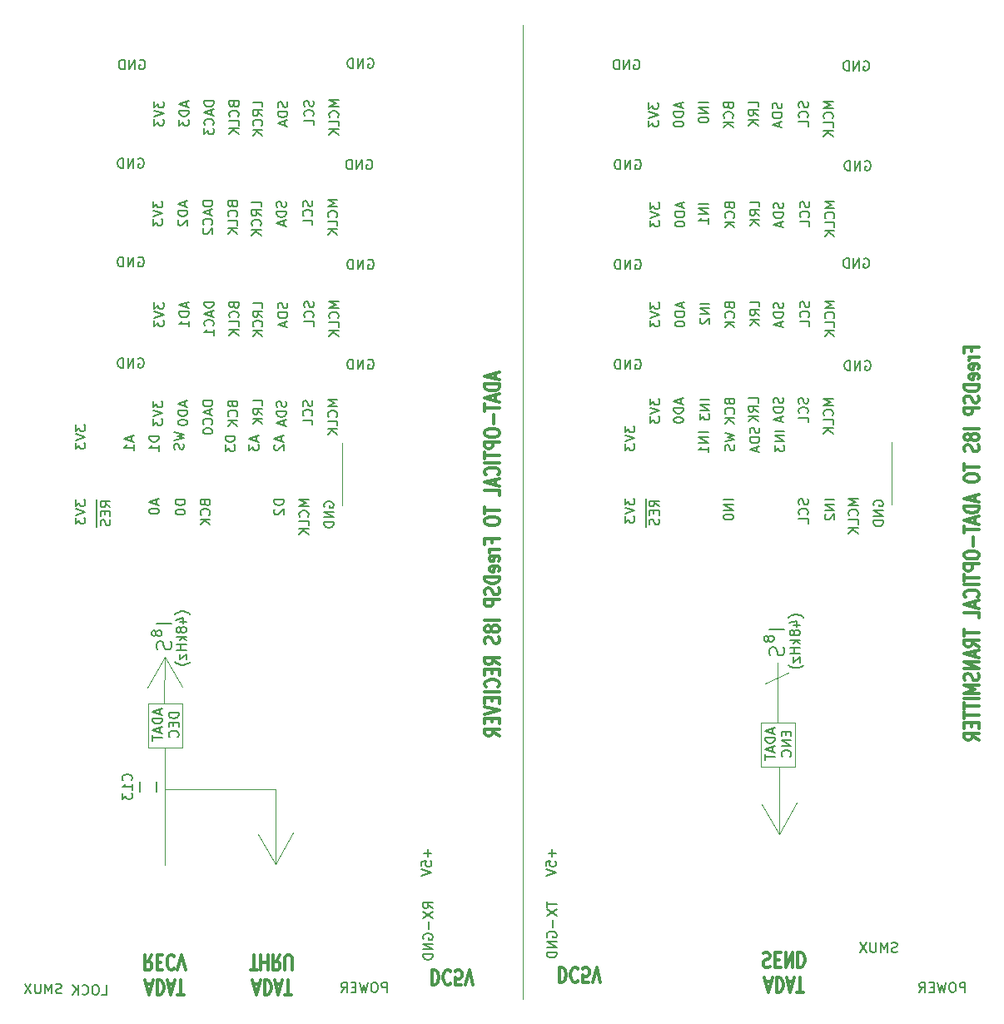
<source format=gbo>
%TF.GenerationSoftware,KiCad,Pcbnew,(5.1.9-0-10_14)*%
%TF.CreationDate,2021-02-20T22:52:37+09:00*%
%TF.ProjectId,ADAT-IO-x4,41444154-2d49-44f2-9d78-342e6b696361,rev?*%
%TF.SameCoordinates,Original*%
%TF.FileFunction,Legend,Bot*%
%TF.FilePolarity,Positive*%
%FSLAX46Y46*%
G04 Gerber Fmt 4.6, Leading zero omitted, Abs format (unit mm)*
G04 Created by KiCad (PCBNEW (5.1.9-0-10_14)) date 2021-02-20 22:52:37*
%MOMM*%
%LPD*%
G01*
G04 APERTURE LIST*
%ADD10C,0.150000*%
%ADD11C,0.120000*%
%ADD12C,0.300000*%
G04 APERTURE END LIST*
D10*
X203613420Y-78642388D02*
X203613420Y-79642388D01*
X204980800Y-79451912D02*
X204504610Y-79118579D01*
X204980800Y-78880483D02*
X203980800Y-78880483D01*
X203980800Y-79261436D01*
X204028420Y-79356674D01*
X204076039Y-79404293D01*
X204171277Y-79451912D01*
X204314134Y-79451912D01*
X204409372Y-79404293D01*
X204456991Y-79356674D01*
X204504610Y-79261436D01*
X204504610Y-78880483D01*
X203613420Y-79642388D02*
X203613420Y-80547150D01*
X204456991Y-79880483D02*
X204456991Y-80213817D01*
X204980800Y-80356674D02*
X204980800Y-79880483D01*
X203980800Y-79880483D01*
X203980800Y-80356674D01*
X203613420Y-80547150D02*
X203613420Y-81499531D01*
X204933181Y-80737626D02*
X204980800Y-80880483D01*
X204980800Y-81118579D01*
X204933181Y-81213817D01*
X204885562Y-81261436D01*
X204790324Y-81309055D01*
X204695086Y-81309055D01*
X204599848Y-81261436D01*
X204552229Y-81213817D01*
X204504610Y-81118579D01*
X204456991Y-80928102D01*
X204409372Y-80832864D01*
X204361753Y-80785245D01*
X204266515Y-80737626D01*
X204171277Y-80737626D01*
X204076039Y-80785245D01*
X204028420Y-80832864D01*
X203980800Y-80928102D01*
X203980800Y-81166198D01*
X204028420Y-81309055D01*
X219672113Y-90725928D02*
X219624494Y-90678309D01*
X219481637Y-90583071D01*
X219386399Y-90535452D01*
X219243541Y-90487833D01*
X219005446Y-90440214D01*
X218814970Y-90440214D01*
X218576875Y-90487833D01*
X218434018Y-90535452D01*
X218338780Y-90583071D01*
X218195922Y-90678309D01*
X218148303Y-90725928D01*
X218624494Y-91535452D02*
X219291160Y-91535452D01*
X218243541Y-91297357D02*
X218957827Y-91059261D01*
X218957827Y-91678309D01*
X218719732Y-92202119D02*
X218672113Y-92106880D01*
X218624494Y-92059261D01*
X218529256Y-92011642D01*
X218481637Y-92011642D01*
X218386399Y-92059261D01*
X218338780Y-92106880D01*
X218291160Y-92202119D01*
X218291160Y-92392595D01*
X218338780Y-92487833D01*
X218386399Y-92535452D01*
X218481637Y-92583071D01*
X218529256Y-92583071D01*
X218624494Y-92535452D01*
X218672113Y-92487833D01*
X218719732Y-92392595D01*
X218719732Y-92202119D01*
X218767351Y-92106880D01*
X218814970Y-92059261D01*
X218910208Y-92011642D01*
X219100684Y-92011642D01*
X219195922Y-92059261D01*
X219243541Y-92106880D01*
X219291160Y-92202119D01*
X219291160Y-92392595D01*
X219243541Y-92487833D01*
X219195922Y-92535452D01*
X219100684Y-92583071D01*
X218910208Y-92583071D01*
X218814970Y-92535452D01*
X218767351Y-92487833D01*
X218719732Y-92392595D01*
X219291160Y-93011642D02*
X218291160Y-93011642D01*
X218910208Y-93106880D02*
X219291160Y-93392595D01*
X218624494Y-93392595D02*
X219005446Y-93011642D01*
X219291160Y-93821166D02*
X218291160Y-93821166D01*
X218767351Y-93821166D02*
X218767351Y-94392595D01*
X219291160Y-94392595D02*
X218291160Y-94392595D01*
X218624494Y-94773547D02*
X218624494Y-95297357D01*
X219291160Y-94773547D01*
X219291160Y-95297357D01*
X219672113Y-95583071D02*
X219624494Y-95630690D01*
X219481637Y-95725928D01*
X219386399Y-95773547D01*
X219243541Y-95821166D01*
X219005446Y-95868785D01*
X218814970Y-95868785D01*
X218576875Y-95821166D01*
X218434018Y-95773547D01*
X218338780Y-95725928D01*
X218195922Y-95630690D01*
X218148303Y-95583071D01*
X157271933Y-90413508D02*
X157224314Y-90365889D01*
X157081457Y-90270651D01*
X156986219Y-90223032D01*
X156843361Y-90175413D01*
X156605266Y-90127794D01*
X156414790Y-90127794D01*
X156176695Y-90175413D01*
X156033838Y-90223032D01*
X155938600Y-90270651D01*
X155795742Y-90365889D01*
X155748123Y-90413508D01*
X156224314Y-91223032D02*
X156890980Y-91223032D01*
X155843361Y-90984937D02*
X156557647Y-90746841D01*
X156557647Y-91365889D01*
X156319552Y-91889699D02*
X156271933Y-91794460D01*
X156224314Y-91746841D01*
X156129076Y-91699222D01*
X156081457Y-91699222D01*
X155986219Y-91746841D01*
X155938600Y-91794460D01*
X155890980Y-91889699D01*
X155890980Y-92080175D01*
X155938600Y-92175413D01*
X155986219Y-92223032D01*
X156081457Y-92270651D01*
X156129076Y-92270651D01*
X156224314Y-92223032D01*
X156271933Y-92175413D01*
X156319552Y-92080175D01*
X156319552Y-91889699D01*
X156367171Y-91794460D01*
X156414790Y-91746841D01*
X156510028Y-91699222D01*
X156700504Y-91699222D01*
X156795742Y-91746841D01*
X156843361Y-91794460D01*
X156890980Y-91889699D01*
X156890980Y-92080175D01*
X156843361Y-92175413D01*
X156795742Y-92223032D01*
X156700504Y-92270651D01*
X156510028Y-92270651D01*
X156414790Y-92223032D01*
X156367171Y-92175413D01*
X156319552Y-92080175D01*
X156890980Y-92699222D02*
X155890980Y-92699222D01*
X156510028Y-92794460D02*
X156890980Y-93080175D01*
X156224314Y-93080175D02*
X156605266Y-92699222D01*
X156890980Y-93508746D02*
X155890980Y-93508746D01*
X156367171Y-93508746D02*
X156367171Y-94080175D01*
X156890980Y-94080175D02*
X155890980Y-94080175D01*
X156224314Y-94461127D02*
X156224314Y-94984937D01*
X156890980Y-94461127D01*
X156890980Y-94984937D01*
X157271933Y-95270651D02*
X157224314Y-95318270D01*
X157081457Y-95413508D01*
X156986219Y-95461127D01*
X156843361Y-95508746D01*
X156605266Y-95556365D01*
X156414790Y-95556365D01*
X156176695Y-95508746D01*
X156033838Y-95461127D01*
X155938600Y-95413508D01*
X155795742Y-95318270D01*
X155748123Y-95270651D01*
X153820192Y-92246461D02*
X153772573Y-92151223D01*
X153724954Y-92103604D01*
X153629716Y-92055985D01*
X153582097Y-92055985D01*
X153486859Y-92103604D01*
X153439240Y-92151223D01*
X153391620Y-92246461D01*
X153391620Y-92436938D01*
X153439240Y-92532176D01*
X153486859Y-92579795D01*
X153582097Y-92627414D01*
X153629716Y-92627414D01*
X153724954Y-92579795D01*
X153772573Y-92532176D01*
X153820192Y-92436938D01*
X153820192Y-92246461D01*
X153867811Y-92151223D01*
X153915430Y-92103604D01*
X154010668Y-92055985D01*
X154201144Y-92055985D01*
X154296382Y-92103604D01*
X154344001Y-92151223D01*
X154391620Y-92246461D01*
X154391620Y-92436938D01*
X154344001Y-92532176D01*
X154296382Y-92579795D01*
X154201144Y-92627414D01*
X154010668Y-92627414D01*
X153915430Y-92579795D01*
X153867811Y-92532176D01*
X153820192Y-92436938D01*
X216080672Y-92802721D02*
X216033053Y-92707483D01*
X215985434Y-92659864D01*
X215890196Y-92612245D01*
X215842577Y-92612245D01*
X215747339Y-92659864D01*
X215699720Y-92707483D01*
X215652100Y-92802721D01*
X215652100Y-92993198D01*
X215699720Y-93088436D01*
X215747339Y-93136055D01*
X215842577Y-93183674D01*
X215890196Y-93183674D01*
X215985434Y-93136055D01*
X216033053Y-93088436D01*
X216080672Y-92993198D01*
X216080672Y-92802721D01*
X216128291Y-92707483D01*
X216175910Y-92659864D01*
X216271148Y-92612245D01*
X216461624Y-92612245D01*
X216556862Y-92659864D01*
X216604481Y-92707483D01*
X216652100Y-92802721D01*
X216652100Y-92993198D01*
X216604481Y-93088436D01*
X216556862Y-93136055D01*
X216461624Y-93183674D01*
X216271148Y-93183674D01*
X216175910Y-93136055D01*
X216128291Y-93088436D01*
X216080672Y-92993198D01*
D11*
X217177620Y-105971340D02*
X217162380Y-112763300D01*
X215311280Y-105955800D02*
X215311280Y-101455800D01*
X218811280Y-105955800D02*
X215311280Y-105955800D01*
X218811280Y-101455800D02*
X218811280Y-105955800D01*
X215311280Y-101455800D02*
X218811280Y-101455800D01*
D10*
X216491346Y-102033580D02*
X216491346Y-102509771D01*
X216777060Y-101938342D02*
X215777060Y-102271676D01*
X216777060Y-102605009D01*
X216777060Y-102938342D02*
X215777060Y-102938342D01*
X215777060Y-103176438D01*
X215824680Y-103319295D01*
X215919918Y-103414533D01*
X216015156Y-103462152D01*
X216205632Y-103509771D01*
X216348489Y-103509771D01*
X216538965Y-103462152D01*
X216634203Y-103414533D01*
X216729441Y-103319295D01*
X216777060Y-103176438D01*
X216777060Y-102938342D01*
X216491346Y-103890723D02*
X216491346Y-104366914D01*
X216777060Y-103795485D02*
X215777060Y-104128819D01*
X216777060Y-104462152D01*
X215777060Y-104652628D02*
X215777060Y-105224057D01*
X216777060Y-104938342D02*
X215777060Y-104938342D01*
X217903251Y-102343104D02*
X217903251Y-102676438D01*
X218427060Y-102819295D02*
X218427060Y-102343104D01*
X217427060Y-102343104D01*
X217427060Y-102819295D01*
X218427060Y-103247866D02*
X217427060Y-103247866D01*
X218427060Y-103819295D01*
X217427060Y-103819295D01*
X218331822Y-104866914D02*
X218379441Y-104819295D01*
X218427060Y-104676438D01*
X218427060Y-104581200D01*
X218379441Y-104438342D01*
X218284203Y-104343104D01*
X218188965Y-104295485D01*
X217998489Y-104247866D01*
X217855632Y-104247866D01*
X217665156Y-104295485D01*
X217569918Y-104343104D01*
X217474680Y-104438342D01*
X217427060Y-104581200D01*
X217427060Y-104676438D01*
X217474680Y-104819295D01*
X217522299Y-104866914D01*
D11*
X154673300Y-99494340D02*
X154686000Y-94742000D01*
X153000000Y-104000000D02*
X153000000Y-99500000D01*
X156500000Y-104000000D02*
X153000000Y-104000000D01*
X156500000Y-99500000D02*
X156500000Y-104000000D01*
X153000000Y-99500000D02*
X156500000Y-99500000D01*
D10*
X154180066Y-100077780D02*
X154180066Y-100553971D01*
X154465780Y-99982542D02*
X153465780Y-100315876D01*
X154465780Y-100649209D01*
X154465780Y-100982542D02*
X153465780Y-100982542D01*
X153465780Y-101220638D01*
X153513400Y-101363495D01*
X153608638Y-101458733D01*
X153703876Y-101506352D01*
X153894352Y-101553971D01*
X154037209Y-101553971D01*
X154227685Y-101506352D01*
X154322923Y-101458733D01*
X154418161Y-101363495D01*
X154465780Y-101220638D01*
X154465780Y-100982542D01*
X154180066Y-101934923D02*
X154180066Y-102411114D01*
X154465780Y-101839685D02*
X153465780Y-102173019D01*
X154465780Y-102506352D01*
X153465780Y-102696828D02*
X153465780Y-103268257D01*
X154465780Y-102982542D02*
X153465780Y-102982542D01*
X156115780Y-100411114D02*
X155115780Y-100411114D01*
X155115780Y-100649209D01*
X155163400Y-100792066D01*
X155258638Y-100887304D01*
X155353876Y-100934923D01*
X155544352Y-100982542D01*
X155687209Y-100982542D01*
X155877685Y-100934923D01*
X155972923Y-100887304D01*
X156068161Y-100792066D01*
X156115780Y-100649209D01*
X156115780Y-100411114D01*
X155591971Y-101411114D02*
X155591971Y-101744447D01*
X156115780Y-101887304D02*
X156115780Y-101411114D01*
X155115780Y-101411114D01*
X155115780Y-101887304D01*
X156020542Y-102887304D02*
X156068161Y-102839685D01*
X156115780Y-102696828D01*
X156115780Y-102601590D01*
X156068161Y-102458733D01*
X155972923Y-102363495D01*
X155877685Y-102315876D01*
X155687209Y-102268257D01*
X155544352Y-102268257D01*
X155353876Y-102315876D01*
X155258638Y-102363495D01*
X155163400Y-102458733D01*
X155115780Y-102601590D01*
X155115780Y-102696828D01*
X155163400Y-102839685D01*
X155211019Y-102887304D01*
X193559180Y-119624838D02*
X193559180Y-120196266D01*
X194559180Y-119910552D02*
X193559180Y-119910552D01*
X193559180Y-120434361D02*
X194559180Y-121101028D01*
X193559180Y-121101028D02*
X194559180Y-120434361D01*
X194178228Y-121481980D02*
X194178228Y-122243885D01*
X193606800Y-123243885D02*
X193559180Y-123148647D01*
X193559180Y-123005790D01*
X193606800Y-122862933D01*
X193702038Y-122767695D01*
X193797276Y-122720076D01*
X193987752Y-122672457D01*
X194130609Y-122672457D01*
X194321085Y-122720076D01*
X194416323Y-122767695D01*
X194511561Y-122862933D01*
X194559180Y-123005790D01*
X194559180Y-123101028D01*
X194511561Y-123243885D01*
X194463942Y-123291504D01*
X194130609Y-123291504D01*
X194130609Y-123101028D01*
X194559180Y-123720076D02*
X193559180Y-123720076D01*
X194559180Y-124291504D01*
X193559180Y-124291504D01*
X194559180Y-124767695D02*
X193559180Y-124767695D01*
X193559180Y-125005790D01*
X193606800Y-125148647D01*
X193702038Y-125243885D01*
X193797276Y-125291504D01*
X193987752Y-125339123D01*
X194130609Y-125339123D01*
X194321085Y-125291504D01*
X194416323Y-125243885D01*
X194511561Y-125148647D01*
X194559180Y-125005790D01*
X194559180Y-124767695D01*
X181960780Y-120296276D02*
X181484590Y-119962942D01*
X181960780Y-119724847D02*
X180960780Y-119724847D01*
X180960780Y-120105800D01*
X181008400Y-120201038D01*
X181056019Y-120248657D01*
X181151257Y-120296276D01*
X181294114Y-120296276D01*
X181389352Y-120248657D01*
X181436971Y-120201038D01*
X181484590Y-120105800D01*
X181484590Y-119724847D01*
X180960780Y-120629609D02*
X181960780Y-121296276D01*
X180960780Y-121296276D02*
X181960780Y-120629609D01*
X181579828Y-121677228D02*
X181579828Y-122439133D01*
X181008400Y-123439133D02*
X180960780Y-123343895D01*
X180960780Y-123201038D01*
X181008400Y-123058180D01*
X181103638Y-122962942D01*
X181198876Y-122915323D01*
X181389352Y-122867704D01*
X181532209Y-122867704D01*
X181722685Y-122915323D01*
X181817923Y-122962942D01*
X181913161Y-123058180D01*
X181960780Y-123201038D01*
X181960780Y-123296276D01*
X181913161Y-123439133D01*
X181865542Y-123486752D01*
X181532209Y-123486752D01*
X181532209Y-123296276D01*
X181960780Y-123915323D02*
X180960780Y-123915323D01*
X181960780Y-124486752D01*
X180960780Y-124486752D01*
X181960780Y-124962942D02*
X180960780Y-124962942D01*
X180960780Y-125201038D01*
X181008400Y-125343895D01*
X181103638Y-125439133D01*
X181198876Y-125486752D01*
X181389352Y-125534371D01*
X181532209Y-125534371D01*
X181722685Y-125486752D01*
X181817923Y-125439133D01*
X181913161Y-125343895D01*
X181960780Y-125201038D01*
X181960780Y-124962942D01*
X194102028Y-114309685D02*
X194102028Y-115071590D01*
X194482980Y-114690638D02*
X193721076Y-114690638D01*
X193482980Y-116023971D02*
X193482980Y-115547780D01*
X193959171Y-115500161D01*
X193911552Y-115547780D01*
X193863933Y-115643019D01*
X193863933Y-115881114D01*
X193911552Y-115976352D01*
X193959171Y-116023971D01*
X194054409Y-116071590D01*
X194292504Y-116071590D01*
X194387742Y-116023971D01*
X194435361Y-115976352D01*
X194482980Y-115881114D01*
X194482980Y-115643019D01*
X194435361Y-115547780D01*
X194387742Y-115500161D01*
X193482980Y-116357304D02*
X194482980Y-116690638D01*
X193482980Y-117023971D01*
X181452828Y-114309685D02*
X181452828Y-115071590D01*
X181833780Y-114690638D02*
X181071876Y-114690638D01*
X180833780Y-116023971D02*
X180833780Y-115547780D01*
X181309971Y-115500161D01*
X181262352Y-115547780D01*
X181214733Y-115643019D01*
X181214733Y-115881114D01*
X181262352Y-115976352D01*
X181309971Y-116023971D01*
X181405209Y-116071590D01*
X181643304Y-116071590D01*
X181738542Y-116023971D01*
X181786161Y-115976352D01*
X181833780Y-115881114D01*
X181833780Y-115643019D01*
X181786161Y-115547780D01*
X181738542Y-115500161D01*
X180833780Y-116357304D02*
X181833780Y-116690638D01*
X180833780Y-117023971D01*
X155364571Y-91373485D02*
X153864571Y-91373485D01*
X155293142Y-93159200D02*
X155364571Y-93373485D01*
X155364571Y-93730628D01*
X155293142Y-93873485D01*
X155221714Y-93944914D01*
X155078857Y-94016342D01*
X154936000Y-94016342D01*
X154793142Y-93944914D01*
X154721714Y-93873485D01*
X154650285Y-93730628D01*
X154578857Y-93444914D01*
X154507428Y-93302057D01*
X154436000Y-93230628D01*
X154293142Y-93159200D01*
X154150285Y-93159200D01*
X154007428Y-93230628D01*
X153936000Y-93302057D01*
X153864571Y-93444914D01*
X153864571Y-93802057D01*
X153936000Y-94016342D01*
X217713951Y-91962765D02*
X216213951Y-91962765D01*
X217642522Y-93748480D02*
X217713951Y-93962765D01*
X217713951Y-94319908D01*
X217642522Y-94462765D01*
X217571094Y-94534194D01*
X217428237Y-94605622D01*
X217285380Y-94605622D01*
X217142522Y-94534194D01*
X217071094Y-94462765D01*
X216999665Y-94319908D01*
X216928237Y-94034194D01*
X216856808Y-93891337D01*
X216785380Y-93819908D01*
X216642522Y-93748480D01*
X216499665Y-93748480D01*
X216356808Y-93819908D01*
X216285380Y-93891337D01*
X216213951Y-94034194D01*
X216213951Y-94391337D01*
X216285380Y-94605622D01*
D11*
X218160600Y-96393000D02*
X215798400Y-97459800D01*
D10*
X177315523Y-128849380D02*
X177315523Y-127849380D01*
X176934571Y-127849380D01*
X176839333Y-127897000D01*
X176791714Y-127944619D01*
X176744095Y-128039857D01*
X176744095Y-128182714D01*
X176791714Y-128277952D01*
X176839333Y-128325571D01*
X176934571Y-128373190D01*
X177315523Y-128373190D01*
X176125047Y-127849380D02*
X175934571Y-127849380D01*
X175839333Y-127897000D01*
X175744095Y-127992238D01*
X175696476Y-128182714D01*
X175696476Y-128516047D01*
X175744095Y-128706523D01*
X175839333Y-128801761D01*
X175934571Y-128849380D01*
X176125047Y-128849380D01*
X176220285Y-128801761D01*
X176315523Y-128706523D01*
X176363142Y-128516047D01*
X176363142Y-128182714D01*
X176315523Y-127992238D01*
X176220285Y-127897000D01*
X176125047Y-127849380D01*
X175363142Y-127849380D02*
X175125047Y-128849380D01*
X174934571Y-128135095D01*
X174744095Y-128849380D01*
X174506000Y-127849380D01*
X174125047Y-128325571D02*
X173791714Y-128325571D01*
X173648857Y-128849380D02*
X174125047Y-128849380D01*
X174125047Y-127849380D01*
X173648857Y-127849380D01*
X172648857Y-128849380D02*
X172982190Y-128373190D01*
X173220285Y-128849380D02*
X173220285Y-127849380D01*
X172839333Y-127849380D01*
X172744095Y-127897000D01*
X172696476Y-127944619D01*
X172648857Y-128039857D01*
X172648857Y-128182714D01*
X172696476Y-128277952D01*
X172744095Y-128325571D01*
X172839333Y-128373190D01*
X173220285Y-128373190D01*
D11*
X165989000Y-108178600D02*
X154813000Y-108178600D01*
X165989000Y-115824000D02*
X164211000Y-112776000D01*
X165989000Y-115824000D02*
X167767000Y-112649000D01*
X165989000Y-108178600D02*
X165989000Y-115824000D01*
X154686000Y-94742000D02*
X156464000Y-97790000D01*
X154686000Y-94742000D02*
X152908000Y-97917000D01*
X154708860Y-115874800D02*
X154686000Y-104000000D01*
X217170000Y-112776000D02*
X215392000Y-109728000D01*
X217170000Y-112776000D02*
X218948000Y-109601000D01*
X217025220Y-95331280D02*
X217030300Y-101457760D01*
D12*
X188337000Y-65899428D02*
X188337000Y-66470857D01*
X188765571Y-65785142D02*
X187265571Y-66185142D01*
X188765571Y-66585142D01*
X188765571Y-66985142D02*
X187265571Y-66985142D01*
X187265571Y-67270857D01*
X187337000Y-67442285D01*
X187479857Y-67556571D01*
X187622714Y-67613714D01*
X187908428Y-67670857D01*
X188122714Y-67670857D01*
X188408428Y-67613714D01*
X188551285Y-67556571D01*
X188694142Y-67442285D01*
X188765571Y-67270857D01*
X188765571Y-66985142D01*
X188337000Y-68128000D02*
X188337000Y-68699428D01*
X188765571Y-68013714D02*
X187265571Y-68413714D01*
X188765571Y-68813714D01*
X187265571Y-69042285D02*
X187265571Y-69728000D01*
X188765571Y-69385142D02*
X187265571Y-69385142D01*
X188194142Y-70128000D02*
X188194142Y-71042285D01*
X187265571Y-71842285D02*
X187265571Y-72070857D01*
X187337000Y-72185142D01*
X187479857Y-72299428D01*
X187765571Y-72356571D01*
X188265571Y-72356571D01*
X188551285Y-72299428D01*
X188694142Y-72185142D01*
X188765571Y-72070857D01*
X188765571Y-71842285D01*
X188694142Y-71728000D01*
X188551285Y-71613714D01*
X188265571Y-71556571D01*
X187765571Y-71556571D01*
X187479857Y-71613714D01*
X187337000Y-71728000D01*
X187265571Y-71842285D01*
X188765571Y-72870857D02*
X187265571Y-72870857D01*
X187265571Y-73328000D01*
X187337000Y-73442285D01*
X187408428Y-73499428D01*
X187551285Y-73556571D01*
X187765571Y-73556571D01*
X187908428Y-73499428D01*
X187979857Y-73442285D01*
X188051285Y-73328000D01*
X188051285Y-72870857D01*
X187265571Y-73899428D02*
X187265571Y-74585142D01*
X188765571Y-74242285D02*
X187265571Y-74242285D01*
X188765571Y-74985142D02*
X187265571Y-74985142D01*
X188622714Y-76242285D02*
X188694142Y-76185142D01*
X188765571Y-76013714D01*
X188765571Y-75899428D01*
X188694142Y-75728000D01*
X188551285Y-75613714D01*
X188408428Y-75556571D01*
X188122714Y-75499428D01*
X187908428Y-75499428D01*
X187622714Y-75556571D01*
X187479857Y-75613714D01*
X187337000Y-75728000D01*
X187265571Y-75899428D01*
X187265571Y-76013714D01*
X187337000Y-76185142D01*
X187408428Y-76242285D01*
X188337000Y-76699428D02*
X188337000Y-77270857D01*
X188765571Y-76585142D02*
X187265571Y-76985142D01*
X188765571Y-77385142D01*
X188765571Y-78356571D02*
X188765571Y-77785142D01*
X187265571Y-77785142D01*
X187265571Y-79499428D02*
X187265571Y-80185142D01*
X188765571Y-79842285D02*
X187265571Y-79842285D01*
X187265571Y-80813714D02*
X187265571Y-81042285D01*
X187337000Y-81156571D01*
X187479857Y-81270857D01*
X187765571Y-81328000D01*
X188265571Y-81328000D01*
X188551285Y-81270857D01*
X188694142Y-81156571D01*
X188765571Y-81042285D01*
X188765571Y-80813714D01*
X188694142Y-80699428D01*
X188551285Y-80585142D01*
X188265571Y-80528000D01*
X187765571Y-80528000D01*
X187479857Y-80585142D01*
X187337000Y-80699428D01*
X187265571Y-80813714D01*
X187979857Y-83156571D02*
X187979857Y-82756571D01*
X188765571Y-82756571D02*
X187265571Y-82756571D01*
X187265571Y-83328000D01*
X188765571Y-83785142D02*
X187765571Y-83785142D01*
X188051285Y-83785142D02*
X187908428Y-83842285D01*
X187837000Y-83899428D01*
X187765571Y-84013714D01*
X187765571Y-84128000D01*
X188694142Y-84985142D02*
X188765571Y-84870857D01*
X188765571Y-84642285D01*
X188694142Y-84528000D01*
X188551285Y-84470857D01*
X187979857Y-84470857D01*
X187837000Y-84528000D01*
X187765571Y-84642285D01*
X187765571Y-84870857D01*
X187837000Y-84985142D01*
X187979857Y-85042285D01*
X188122714Y-85042285D01*
X188265571Y-84470857D01*
X188694142Y-86013714D02*
X188765571Y-85899428D01*
X188765571Y-85670857D01*
X188694142Y-85556571D01*
X188551285Y-85499428D01*
X187979857Y-85499428D01*
X187837000Y-85556571D01*
X187765571Y-85670857D01*
X187765571Y-85899428D01*
X187837000Y-86013714D01*
X187979857Y-86070857D01*
X188122714Y-86070857D01*
X188265571Y-85499428D01*
X188765571Y-86585142D02*
X187265571Y-86585142D01*
X187265571Y-86870857D01*
X187337000Y-87042285D01*
X187479857Y-87156571D01*
X187622714Y-87213714D01*
X187908428Y-87270857D01*
X188122714Y-87270857D01*
X188408428Y-87213714D01*
X188551285Y-87156571D01*
X188694142Y-87042285D01*
X188765571Y-86870857D01*
X188765571Y-86585142D01*
X188694142Y-87728000D02*
X188765571Y-87899428D01*
X188765571Y-88185142D01*
X188694142Y-88299428D01*
X188622714Y-88356571D01*
X188479857Y-88413714D01*
X188337000Y-88413714D01*
X188194142Y-88356571D01*
X188122714Y-88299428D01*
X188051285Y-88185142D01*
X187979857Y-87956571D01*
X187908428Y-87842285D01*
X187837000Y-87785142D01*
X187694142Y-87728000D01*
X187551285Y-87728000D01*
X187408428Y-87785142D01*
X187337000Y-87842285D01*
X187265571Y-87956571D01*
X187265571Y-88242285D01*
X187337000Y-88413714D01*
X188765571Y-88928000D02*
X187265571Y-88928000D01*
X187265571Y-89385142D01*
X187337000Y-89499428D01*
X187408428Y-89556571D01*
X187551285Y-89613714D01*
X187765571Y-89613714D01*
X187908428Y-89556571D01*
X187979857Y-89499428D01*
X188051285Y-89385142D01*
X188051285Y-88928000D01*
X188765571Y-91042285D02*
X187265571Y-91042285D01*
X187908428Y-91785142D02*
X187837000Y-91670857D01*
X187765571Y-91613714D01*
X187622714Y-91556571D01*
X187551285Y-91556571D01*
X187408428Y-91613714D01*
X187337000Y-91670857D01*
X187265571Y-91785142D01*
X187265571Y-92013714D01*
X187337000Y-92128000D01*
X187408428Y-92185142D01*
X187551285Y-92242285D01*
X187622714Y-92242285D01*
X187765571Y-92185142D01*
X187837000Y-92128000D01*
X187908428Y-92013714D01*
X187908428Y-91785142D01*
X187979857Y-91670857D01*
X188051285Y-91613714D01*
X188194142Y-91556571D01*
X188479857Y-91556571D01*
X188622714Y-91613714D01*
X188694142Y-91670857D01*
X188765571Y-91785142D01*
X188765571Y-92013714D01*
X188694142Y-92128000D01*
X188622714Y-92185142D01*
X188479857Y-92242285D01*
X188194142Y-92242285D01*
X188051285Y-92185142D01*
X187979857Y-92128000D01*
X187908428Y-92013714D01*
X188694142Y-92699428D02*
X188765571Y-92870857D01*
X188765571Y-93156571D01*
X188694142Y-93270857D01*
X188622714Y-93328000D01*
X188479857Y-93385142D01*
X188337000Y-93385142D01*
X188194142Y-93328000D01*
X188122714Y-93270857D01*
X188051285Y-93156571D01*
X187979857Y-92928000D01*
X187908428Y-92813714D01*
X187837000Y-92756571D01*
X187694142Y-92699428D01*
X187551285Y-92699428D01*
X187408428Y-92756571D01*
X187337000Y-92813714D01*
X187265571Y-92928000D01*
X187265571Y-93213714D01*
X187337000Y-93385142D01*
X188765571Y-95499428D02*
X188051285Y-95099428D01*
X188765571Y-94813714D02*
X187265571Y-94813714D01*
X187265571Y-95270857D01*
X187337000Y-95385142D01*
X187408428Y-95442285D01*
X187551285Y-95499428D01*
X187765571Y-95499428D01*
X187908428Y-95442285D01*
X187979857Y-95385142D01*
X188051285Y-95270857D01*
X188051285Y-94813714D01*
X187979857Y-96013714D02*
X187979857Y-96413714D01*
X188765571Y-96585142D02*
X188765571Y-96013714D01*
X187265571Y-96013714D01*
X187265571Y-96585142D01*
X188622714Y-97785142D02*
X188694142Y-97728000D01*
X188765571Y-97556571D01*
X188765571Y-97442285D01*
X188694142Y-97270857D01*
X188551285Y-97156571D01*
X188408428Y-97099428D01*
X188122714Y-97042285D01*
X187908428Y-97042285D01*
X187622714Y-97099428D01*
X187479857Y-97156571D01*
X187337000Y-97270857D01*
X187265571Y-97442285D01*
X187265571Y-97556571D01*
X187337000Y-97728000D01*
X187408428Y-97785142D01*
X188765571Y-98299428D02*
X187265571Y-98299428D01*
X187979857Y-98870857D02*
X187979857Y-99270857D01*
X188765571Y-99442285D02*
X188765571Y-98870857D01*
X187265571Y-98870857D01*
X187265571Y-99442285D01*
X187265571Y-99785142D02*
X188765571Y-100185142D01*
X187265571Y-100585142D01*
X187979857Y-100985142D02*
X187979857Y-101385142D01*
X188765571Y-101556571D02*
X188765571Y-100985142D01*
X187265571Y-100985142D01*
X187265571Y-101556571D01*
X188765571Y-102756571D02*
X188051285Y-102356571D01*
X188765571Y-102070857D02*
X187265571Y-102070857D01*
X187265571Y-102528000D01*
X187337000Y-102642285D01*
X187408428Y-102699428D01*
X187551285Y-102756571D01*
X187765571Y-102756571D01*
X187908428Y-102699428D01*
X187979857Y-102642285D01*
X188051285Y-102528000D01*
X188051285Y-102070857D01*
X236747857Y-63642142D02*
X236747857Y-63242142D01*
X237533571Y-63242142D02*
X236033571Y-63242142D01*
X236033571Y-63813571D01*
X237533571Y-64270714D02*
X236533571Y-64270714D01*
X236819285Y-64270714D02*
X236676428Y-64327857D01*
X236605000Y-64385000D01*
X236533571Y-64499285D01*
X236533571Y-64613571D01*
X237462142Y-65470714D02*
X237533571Y-65356428D01*
X237533571Y-65127857D01*
X237462142Y-65013571D01*
X237319285Y-64956428D01*
X236747857Y-64956428D01*
X236605000Y-65013571D01*
X236533571Y-65127857D01*
X236533571Y-65356428D01*
X236605000Y-65470714D01*
X236747857Y-65527857D01*
X236890714Y-65527857D01*
X237033571Y-64956428D01*
X237462142Y-66499285D02*
X237533571Y-66385000D01*
X237533571Y-66156428D01*
X237462142Y-66042142D01*
X237319285Y-65985000D01*
X236747857Y-65985000D01*
X236605000Y-66042142D01*
X236533571Y-66156428D01*
X236533571Y-66385000D01*
X236605000Y-66499285D01*
X236747857Y-66556428D01*
X236890714Y-66556428D01*
X237033571Y-65985000D01*
X237533571Y-67070714D02*
X236033571Y-67070714D01*
X236033571Y-67356428D01*
X236105000Y-67527857D01*
X236247857Y-67642142D01*
X236390714Y-67699285D01*
X236676428Y-67756428D01*
X236890714Y-67756428D01*
X237176428Y-67699285D01*
X237319285Y-67642142D01*
X237462142Y-67527857D01*
X237533571Y-67356428D01*
X237533571Y-67070714D01*
X237462142Y-68213571D02*
X237533571Y-68385000D01*
X237533571Y-68670714D01*
X237462142Y-68785000D01*
X237390714Y-68842142D01*
X237247857Y-68899285D01*
X237105000Y-68899285D01*
X236962142Y-68842142D01*
X236890714Y-68785000D01*
X236819285Y-68670714D01*
X236747857Y-68442142D01*
X236676428Y-68327857D01*
X236605000Y-68270714D01*
X236462142Y-68213571D01*
X236319285Y-68213571D01*
X236176428Y-68270714D01*
X236105000Y-68327857D01*
X236033571Y-68442142D01*
X236033571Y-68727857D01*
X236105000Y-68899285D01*
X237533571Y-69413571D02*
X236033571Y-69413571D01*
X236033571Y-69870714D01*
X236105000Y-69985000D01*
X236176428Y-70042142D01*
X236319285Y-70099285D01*
X236533571Y-70099285D01*
X236676428Y-70042142D01*
X236747857Y-69985000D01*
X236819285Y-69870714D01*
X236819285Y-69413571D01*
X237533571Y-71527857D02*
X236033571Y-71527857D01*
X236676428Y-72270714D02*
X236605000Y-72156428D01*
X236533571Y-72099285D01*
X236390714Y-72042142D01*
X236319285Y-72042142D01*
X236176428Y-72099285D01*
X236105000Y-72156428D01*
X236033571Y-72270714D01*
X236033571Y-72499285D01*
X236105000Y-72613571D01*
X236176428Y-72670714D01*
X236319285Y-72727857D01*
X236390714Y-72727857D01*
X236533571Y-72670714D01*
X236605000Y-72613571D01*
X236676428Y-72499285D01*
X236676428Y-72270714D01*
X236747857Y-72156428D01*
X236819285Y-72099285D01*
X236962142Y-72042142D01*
X237247857Y-72042142D01*
X237390714Y-72099285D01*
X237462142Y-72156428D01*
X237533571Y-72270714D01*
X237533571Y-72499285D01*
X237462142Y-72613571D01*
X237390714Y-72670714D01*
X237247857Y-72727857D01*
X236962142Y-72727857D01*
X236819285Y-72670714D01*
X236747857Y-72613571D01*
X236676428Y-72499285D01*
X237462142Y-73185000D02*
X237533571Y-73356428D01*
X237533571Y-73642142D01*
X237462142Y-73756428D01*
X237390714Y-73813571D01*
X237247857Y-73870714D01*
X237105000Y-73870714D01*
X236962142Y-73813571D01*
X236890714Y-73756428D01*
X236819285Y-73642142D01*
X236747857Y-73413571D01*
X236676428Y-73299285D01*
X236605000Y-73242142D01*
X236462142Y-73185000D01*
X236319285Y-73185000D01*
X236176428Y-73242142D01*
X236105000Y-73299285D01*
X236033571Y-73413571D01*
X236033571Y-73699285D01*
X236105000Y-73870714D01*
X236033571Y-75127857D02*
X236033571Y-75813571D01*
X237533571Y-75470714D02*
X236033571Y-75470714D01*
X236033571Y-76442142D02*
X236033571Y-76670714D01*
X236105000Y-76785000D01*
X236247857Y-76899285D01*
X236533571Y-76956428D01*
X237033571Y-76956428D01*
X237319285Y-76899285D01*
X237462142Y-76785000D01*
X237533571Y-76670714D01*
X237533571Y-76442142D01*
X237462142Y-76327857D01*
X237319285Y-76213571D01*
X237033571Y-76156428D01*
X236533571Y-76156428D01*
X236247857Y-76213571D01*
X236105000Y-76327857D01*
X236033571Y-76442142D01*
X237105000Y-78327857D02*
X237105000Y-78899285D01*
X237533571Y-78213571D02*
X236033571Y-78613571D01*
X237533571Y-79013571D01*
X237533571Y-79413571D02*
X236033571Y-79413571D01*
X236033571Y-79699285D01*
X236105000Y-79870714D01*
X236247857Y-79985000D01*
X236390714Y-80042142D01*
X236676428Y-80099285D01*
X236890714Y-80099285D01*
X237176428Y-80042142D01*
X237319285Y-79985000D01*
X237462142Y-79870714D01*
X237533571Y-79699285D01*
X237533571Y-79413571D01*
X237105000Y-80556428D02*
X237105000Y-81127857D01*
X237533571Y-80442142D02*
X236033571Y-80842142D01*
X237533571Y-81242142D01*
X236033571Y-81470714D02*
X236033571Y-82156428D01*
X237533571Y-81813571D02*
X236033571Y-81813571D01*
X236962142Y-82556428D02*
X236962142Y-83470714D01*
X236033571Y-84270714D02*
X236033571Y-84499285D01*
X236105000Y-84613571D01*
X236247857Y-84727857D01*
X236533571Y-84785000D01*
X237033571Y-84785000D01*
X237319285Y-84727857D01*
X237462142Y-84613571D01*
X237533571Y-84499285D01*
X237533571Y-84270714D01*
X237462142Y-84156428D01*
X237319285Y-84042142D01*
X237033571Y-83985000D01*
X236533571Y-83985000D01*
X236247857Y-84042142D01*
X236105000Y-84156428D01*
X236033571Y-84270714D01*
X237533571Y-85299285D02*
X236033571Y-85299285D01*
X236033571Y-85756428D01*
X236105000Y-85870714D01*
X236176428Y-85927857D01*
X236319285Y-85985000D01*
X236533571Y-85985000D01*
X236676428Y-85927857D01*
X236747857Y-85870714D01*
X236819285Y-85756428D01*
X236819285Y-85299285D01*
X236033571Y-86327857D02*
X236033571Y-87013571D01*
X237533571Y-86670714D02*
X236033571Y-86670714D01*
X237533571Y-87413571D02*
X236033571Y-87413571D01*
X237390714Y-88670714D02*
X237462142Y-88613571D01*
X237533571Y-88442142D01*
X237533571Y-88327857D01*
X237462142Y-88156428D01*
X237319285Y-88042142D01*
X237176428Y-87985000D01*
X236890714Y-87927857D01*
X236676428Y-87927857D01*
X236390714Y-87985000D01*
X236247857Y-88042142D01*
X236105000Y-88156428D01*
X236033571Y-88327857D01*
X236033571Y-88442142D01*
X236105000Y-88613571D01*
X236176428Y-88670714D01*
X237105000Y-89127857D02*
X237105000Y-89699285D01*
X237533571Y-89013571D02*
X236033571Y-89413571D01*
X237533571Y-89813571D01*
X237533571Y-90785000D02*
X237533571Y-90213571D01*
X236033571Y-90213571D01*
X236033571Y-91927857D02*
X236033571Y-92613571D01*
X237533571Y-92270714D02*
X236033571Y-92270714D01*
X237533571Y-93699285D02*
X236819285Y-93299285D01*
X237533571Y-93013571D02*
X236033571Y-93013571D01*
X236033571Y-93470714D01*
X236105000Y-93585000D01*
X236176428Y-93642142D01*
X236319285Y-93699285D01*
X236533571Y-93699285D01*
X236676428Y-93642142D01*
X236747857Y-93585000D01*
X236819285Y-93470714D01*
X236819285Y-93013571D01*
X237105000Y-94156428D02*
X237105000Y-94727857D01*
X237533571Y-94042142D02*
X236033571Y-94442142D01*
X237533571Y-94842142D01*
X237533571Y-95242142D02*
X236033571Y-95242142D01*
X237533571Y-95927857D01*
X236033571Y-95927857D01*
X237462142Y-96442142D02*
X237533571Y-96613571D01*
X237533571Y-96899285D01*
X237462142Y-97013571D01*
X237390714Y-97070714D01*
X237247857Y-97127857D01*
X237105000Y-97127857D01*
X236962142Y-97070714D01*
X236890714Y-97013571D01*
X236819285Y-96899285D01*
X236747857Y-96670714D01*
X236676428Y-96556428D01*
X236605000Y-96499285D01*
X236462142Y-96442142D01*
X236319285Y-96442142D01*
X236176428Y-96499285D01*
X236105000Y-96556428D01*
X236033571Y-96670714D01*
X236033571Y-96956428D01*
X236105000Y-97127857D01*
X237533571Y-97642142D02*
X236033571Y-97642142D01*
X237105000Y-98042142D01*
X236033571Y-98442142D01*
X237533571Y-98442142D01*
X237533571Y-99013571D02*
X236033571Y-99013571D01*
X236033571Y-99413571D02*
X236033571Y-100099285D01*
X237533571Y-99756428D02*
X236033571Y-99756428D01*
X236033571Y-100327857D02*
X236033571Y-101013571D01*
X237533571Y-100670714D02*
X236033571Y-100670714D01*
X236747857Y-101413571D02*
X236747857Y-101813571D01*
X237533571Y-101985000D02*
X237533571Y-101413571D01*
X236033571Y-101413571D01*
X236033571Y-101985000D01*
X237533571Y-103185000D02*
X236819285Y-102785000D01*
X237533571Y-102499285D02*
X236033571Y-102499285D01*
X236033571Y-102956428D01*
X236105000Y-103070714D01*
X236176428Y-103127857D01*
X236319285Y-103185000D01*
X236533571Y-103185000D01*
X236676428Y-103127857D01*
X236747857Y-103070714D01*
X236819285Y-102956428D01*
X236819285Y-102499285D01*
D10*
X215161761Y-71429714D02*
X215209380Y-71572571D01*
X215209380Y-71810666D01*
X215161761Y-71905904D01*
X215114142Y-71953523D01*
X215018904Y-72001142D01*
X214923666Y-72001142D01*
X214828428Y-71953523D01*
X214780809Y-71905904D01*
X214733190Y-71810666D01*
X214685571Y-71620190D01*
X214637952Y-71524952D01*
X214590333Y-71477333D01*
X214495095Y-71429714D01*
X214399857Y-71429714D01*
X214304619Y-71477333D01*
X214257000Y-71524952D01*
X214209380Y-71620190D01*
X214209380Y-71858285D01*
X214257000Y-72001142D01*
X215209380Y-72429714D02*
X214209380Y-72429714D01*
X214209380Y-72667809D01*
X214257000Y-72810666D01*
X214352238Y-72905904D01*
X214447476Y-72953523D01*
X214637952Y-73001142D01*
X214780809Y-73001142D01*
X214971285Y-72953523D01*
X215066523Y-72905904D01*
X215161761Y-72810666D01*
X215209380Y-72667809D01*
X215209380Y-72429714D01*
X214923666Y-73382095D02*
X214923666Y-73858285D01*
X215209380Y-73286857D02*
X214209380Y-73620190D01*
X215209380Y-73953523D01*
X220114761Y-78692523D02*
X220162380Y-78835380D01*
X220162380Y-79073476D01*
X220114761Y-79168714D01*
X220067142Y-79216333D01*
X219971904Y-79263952D01*
X219876666Y-79263952D01*
X219781428Y-79216333D01*
X219733809Y-79168714D01*
X219686190Y-79073476D01*
X219638571Y-78883000D01*
X219590952Y-78787761D01*
X219543333Y-78740142D01*
X219448095Y-78692523D01*
X219352857Y-78692523D01*
X219257619Y-78740142D01*
X219210000Y-78787761D01*
X219162380Y-78883000D01*
X219162380Y-79121095D01*
X219210000Y-79263952D01*
X220067142Y-80263952D02*
X220114761Y-80216333D01*
X220162380Y-80073476D01*
X220162380Y-79978238D01*
X220114761Y-79835380D01*
X220019523Y-79740142D01*
X219924285Y-79692523D01*
X219733809Y-79644904D01*
X219590952Y-79644904D01*
X219400476Y-79692523D01*
X219305238Y-79740142D01*
X219210000Y-79835380D01*
X219162380Y-79978238D01*
X219162380Y-80073476D01*
X219210000Y-80216333D01*
X219257619Y-80263952D01*
X220162380Y-81168714D02*
X220162380Y-80692523D01*
X219162380Y-80692523D01*
D11*
X228600000Y-72898000D02*
X228600000Y-79248000D01*
D10*
X226830000Y-79375095D02*
X226782380Y-79279857D01*
X226782380Y-79137000D01*
X226830000Y-78994142D01*
X226925238Y-78898904D01*
X227020476Y-78851285D01*
X227210952Y-78803666D01*
X227353809Y-78803666D01*
X227544285Y-78851285D01*
X227639523Y-78898904D01*
X227734761Y-78994142D01*
X227782380Y-79137000D01*
X227782380Y-79232238D01*
X227734761Y-79375095D01*
X227687142Y-79422714D01*
X227353809Y-79422714D01*
X227353809Y-79232238D01*
X227782380Y-79851285D02*
X226782380Y-79851285D01*
X227782380Y-80422714D01*
X226782380Y-80422714D01*
X227782380Y-80898904D02*
X226782380Y-80898904D01*
X226782380Y-81137000D01*
X226830000Y-81279857D01*
X226925238Y-81375095D01*
X227020476Y-81422714D01*
X227210952Y-81470333D01*
X227353809Y-81470333D01*
X227544285Y-81422714D01*
X227639523Y-81375095D01*
X227734761Y-81279857D01*
X227782380Y-81137000D01*
X227782380Y-80898904D01*
X201509380Y-78644904D02*
X201509380Y-79263952D01*
X201890333Y-78930619D01*
X201890333Y-79073476D01*
X201937952Y-79168714D01*
X201985571Y-79216333D01*
X202080809Y-79263952D01*
X202318904Y-79263952D01*
X202414142Y-79216333D01*
X202461761Y-79168714D01*
X202509380Y-79073476D01*
X202509380Y-78787761D01*
X202461761Y-78692523D01*
X202414142Y-78644904D01*
X201509380Y-79549666D02*
X202509380Y-79883000D01*
X201509380Y-80216333D01*
X201509380Y-80454428D02*
X201509380Y-81073476D01*
X201890333Y-80740142D01*
X201890333Y-80883000D01*
X201937952Y-80978238D01*
X201985571Y-81025857D01*
X202080809Y-81073476D01*
X202318904Y-81073476D01*
X202414142Y-81025857D01*
X202461761Y-80978238D01*
X202509380Y-80883000D01*
X202509380Y-80597285D01*
X202461761Y-80502047D01*
X202414142Y-80454428D01*
X212542380Y-78756000D02*
X211542380Y-78756000D01*
X212542380Y-79232190D02*
X211542380Y-79232190D01*
X212542380Y-79803619D01*
X211542380Y-79803619D01*
X211542380Y-80470285D02*
X211542380Y-80565523D01*
X211590000Y-80660761D01*
X211637619Y-80708380D01*
X211732857Y-80756000D01*
X211923333Y-80803619D01*
X212161428Y-80803619D01*
X212351904Y-80756000D01*
X212447142Y-80708380D01*
X212494761Y-80660761D01*
X212542380Y-80565523D01*
X212542380Y-80470285D01*
X212494761Y-80375047D01*
X212447142Y-80327428D01*
X212351904Y-80279809D01*
X212161428Y-80232190D01*
X211923333Y-80232190D01*
X211732857Y-80279809D01*
X211637619Y-80327428D01*
X211590000Y-80375047D01*
X211542380Y-80470285D01*
X225242380Y-78652904D02*
X224242380Y-78652904D01*
X224956666Y-78986238D01*
X224242380Y-79319571D01*
X225242380Y-79319571D01*
X225147142Y-80367190D02*
X225194761Y-80319571D01*
X225242380Y-80176714D01*
X225242380Y-80081476D01*
X225194761Y-79938619D01*
X225099523Y-79843380D01*
X225004285Y-79795761D01*
X224813809Y-79748142D01*
X224670952Y-79748142D01*
X224480476Y-79795761D01*
X224385238Y-79843380D01*
X224290000Y-79938619D01*
X224242380Y-80081476D01*
X224242380Y-80176714D01*
X224290000Y-80319571D01*
X224337619Y-80367190D01*
X225242380Y-81271952D02*
X225242380Y-80795761D01*
X224242380Y-80795761D01*
X225242380Y-81605285D02*
X224242380Y-81605285D01*
X225242380Y-82176714D02*
X224670952Y-81748142D01*
X224242380Y-82176714D02*
X224813809Y-81605285D01*
X201509380Y-71278904D02*
X201509380Y-71897952D01*
X201890333Y-71564619D01*
X201890333Y-71707476D01*
X201937952Y-71802714D01*
X201985571Y-71850333D01*
X202080809Y-71897952D01*
X202318904Y-71897952D01*
X202414142Y-71850333D01*
X202461761Y-71802714D01*
X202509380Y-71707476D01*
X202509380Y-71421761D01*
X202461761Y-71326523D01*
X202414142Y-71278904D01*
X201509380Y-72183666D02*
X202509380Y-72517000D01*
X201509380Y-72850333D01*
X201509380Y-73088428D02*
X201509380Y-73707476D01*
X201890333Y-73374142D01*
X201890333Y-73517000D01*
X201937952Y-73612238D01*
X201985571Y-73659857D01*
X202080809Y-73707476D01*
X202318904Y-73707476D01*
X202414142Y-73659857D01*
X202461761Y-73612238D01*
X202509380Y-73517000D01*
X202509380Y-73231285D01*
X202461761Y-73136047D01*
X202414142Y-73088428D01*
X211669380Y-71993238D02*
X212669380Y-72231333D01*
X211955095Y-72421809D01*
X212669380Y-72612285D01*
X211669380Y-72850380D01*
X212621761Y-73183714D02*
X212669380Y-73326571D01*
X212669380Y-73564666D01*
X212621761Y-73659904D01*
X212574142Y-73707523D01*
X212478904Y-73755142D01*
X212383666Y-73755142D01*
X212288428Y-73707523D01*
X212240809Y-73659904D01*
X212193190Y-73564666D01*
X212145571Y-73374190D01*
X212097952Y-73278952D01*
X212050333Y-73231333D01*
X211955095Y-73183714D01*
X211859857Y-73183714D01*
X211764619Y-73231333D01*
X211717000Y-73278952D01*
X211669380Y-73374190D01*
X211669380Y-73612285D01*
X211717000Y-73755142D01*
X217749380Y-71771000D02*
X216749380Y-71771000D01*
X217749380Y-72247190D02*
X216749380Y-72247190D01*
X217749380Y-72818619D01*
X216749380Y-72818619D01*
X216749380Y-73199571D02*
X216749380Y-73818619D01*
X217130333Y-73485285D01*
X217130333Y-73628142D01*
X217177952Y-73723380D01*
X217225571Y-73771000D01*
X217320809Y-73818619D01*
X217558904Y-73818619D01*
X217654142Y-73771000D01*
X217701761Y-73723380D01*
X217749380Y-73628142D01*
X217749380Y-73342428D01*
X217701761Y-73247190D01*
X217654142Y-73199571D01*
X222829380Y-78756000D02*
X221829380Y-78756000D01*
X222829380Y-79232190D02*
X221829380Y-79232190D01*
X222829380Y-79803619D01*
X221829380Y-79803619D01*
X221924619Y-80232190D02*
X221877000Y-80279809D01*
X221829380Y-80375047D01*
X221829380Y-80613142D01*
X221877000Y-80708380D01*
X221924619Y-80756000D01*
X222019857Y-80803619D01*
X222115095Y-80803619D01*
X222257952Y-80756000D01*
X222829380Y-80184571D01*
X222829380Y-80803619D01*
X210002380Y-71898000D02*
X209002380Y-71898000D01*
X210002380Y-72374190D02*
X209002380Y-72374190D01*
X210002380Y-72945619D01*
X209002380Y-72945619D01*
X210002380Y-73945619D02*
X210002380Y-73374190D01*
X210002380Y-73659904D02*
X209002380Y-73659904D01*
X209145238Y-73564666D01*
X209240476Y-73469428D01*
X209288095Y-73374190D01*
X215082380Y-68905523D02*
X215082380Y-68429333D01*
X214082380Y-68429333D01*
X215082380Y-69810285D02*
X214606190Y-69476952D01*
X215082380Y-69238857D02*
X214082380Y-69238857D01*
X214082380Y-69619809D01*
X214130000Y-69715047D01*
X214177619Y-69762666D01*
X214272857Y-69810285D01*
X214415714Y-69810285D01*
X214510952Y-69762666D01*
X214558571Y-69715047D01*
X214606190Y-69619809D01*
X214606190Y-69238857D01*
X215082380Y-70238857D02*
X214082380Y-70238857D01*
X215082380Y-70810285D02*
X214510952Y-70381714D01*
X214082380Y-70810285D02*
X214653809Y-70238857D01*
X220114761Y-68405523D02*
X220162380Y-68548380D01*
X220162380Y-68786476D01*
X220114761Y-68881714D01*
X220067142Y-68929333D01*
X219971904Y-68976952D01*
X219876666Y-68976952D01*
X219781428Y-68929333D01*
X219733809Y-68881714D01*
X219686190Y-68786476D01*
X219638571Y-68596000D01*
X219590952Y-68500761D01*
X219543333Y-68453142D01*
X219448095Y-68405523D01*
X219352857Y-68405523D01*
X219257619Y-68453142D01*
X219210000Y-68500761D01*
X219162380Y-68596000D01*
X219162380Y-68834095D01*
X219210000Y-68976952D01*
X220067142Y-69976952D02*
X220114761Y-69929333D01*
X220162380Y-69786476D01*
X220162380Y-69691238D01*
X220114761Y-69548380D01*
X220019523Y-69453142D01*
X219924285Y-69405523D01*
X219733809Y-69357904D01*
X219590952Y-69357904D01*
X219400476Y-69405523D01*
X219305238Y-69453142D01*
X219210000Y-69548380D01*
X219162380Y-69691238D01*
X219162380Y-69786476D01*
X219210000Y-69929333D01*
X219257619Y-69976952D01*
X220162380Y-70881714D02*
X220162380Y-70405523D01*
X219162380Y-70405523D01*
X202564904Y-64524000D02*
X202660142Y-64476380D01*
X202803000Y-64476380D01*
X202945857Y-64524000D01*
X203041095Y-64619238D01*
X203088714Y-64714476D01*
X203136333Y-64904952D01*
X203136333Y-65047809D01*
X203088714Y-65238285D01*
X203041095Y-65333523D01*
X202945857Y-65428761D01*
X202803000Y-65476380D01*
X202707761Y-65476380D01*
X202564904Y-65428761D01*
X202517285Y-65381142D01*
X202517285Y-65047809D01*
X202707761Y-65047809D01*
X202088714Y-65476380D02*
X202088714Y-64476380D01*
X201517285Y-65476380D01*
X201517285Y-64476380D01*
X201041095Y-65476380D02*
X201041095Y-64476380D01*
X200803000Y-64476380D01*
X200660142Y-64524000D01*
X200564904Y-64619238D01*
X200517285Y-64714476D01*
X200469666Y-64904952D01*
X200469666Y-65047809D01*
X200517285Y-65238285D01*
X200564904Y-65333523D01*
X200660142Y-65428761D01*
X200803000Y-65476380D01*
X201041095Y-65476380D01*
X207176666Y-68508714D02*
X207176666Y-68984904D01*
X207462380Y-68413476D02*
X206462380Y-68746809D01*
X207462380Y-69080142D01*
X207462380Y-69413476D02*
X206462380Y-69413476D01*
X206462380Y-69651571D01*
X206510000Y-69794428D01*
X206605238Y-69889666D01*
X206700476Y-69937285D01*
X206890952Y-69984904D01*
X207033809Y-69984904D01*
X207224285Y-69937285D01*
X207319523Y-69889666D01*
X207414761Y-69794428D01*
X207462380Y-69651571D01*
X207462380Y-69413476D01*
X206462380Y-70603952D02*
X206462380Y-70699190D01*
X206510000Y-70794428D01*
X206557619Y-70842047D01*
X206652857Y-70889666D01*
X206843333Y-70937285D01*
X207081428Y-70937285D01*
X207271904Y-70889666D01*
X207367142Y-70842047D01*
X207414761Y-70794428D01*
X207462380Y-70699190D01*
X207462380Y-70603952D01*
X207414761Y-70508714D01*
X207367142Y-70461095D01*
X207271904Y-70413476D01*
X207081428Y-70365857D01*
X206843333Y-70365857D01*
X206652857Y-70413476D01*
X206557619Y-70461095D01*
X206510000Y-70508714D01*
X206462380Y-70603952D01*
X204049380Y-68484904D02*
X204049380Y-69103952D01*
X204430333Y-68770619D01*
X204430333Y-68913476D01*
X204477952Y-69008714D01*
X204525571Y-69056333D01*
X204620809Y-69103952D01*
X204858904Y-69103952D01*
X204954142Y-69056333D01*
X205001761Y-69008714D01*
X205049380Y-68913476D01*
X205049380Y-68627761D01*
X205001761Y-68532523D01*
X204954142Y-68484904D01*
X204049380Y-69389666D02*
X205049380Y-69723000D01*
X204049380Y-70056333D01*
X204049380Y-70294428D02*
X204049380Y-70913476D01*
X204430333Y-70580142D01*
X204430333Y-70723000D01*
X204477952Y-70818238D01*
X204525571Y-70865857D01*
X204620809Y-70913476D01*
X204858904Y-70913476D01*
X204954142Y-70865857D01*
X205001761Y-70818238D01*
X205049380Y-70723000D01*
X205049380Y-70437285D01*
X205001761Y-70342047D01*
X204954142Y-70294428D01*
X217574761Y-68381714D02*
X217622380Y-68524571D01*
X217622380Y-68762666D01*
X217574761Y-68857904D01*
X217527142Y-68905523D01*
X217431904Y-68953142D01*
X217336666Y-68953142D01*
X217241428Y-68905523D01*
X217193809Y-68857904D01*
X217146190Y-68762666D01*
X217098571Y-68572190D01*
X217050952Y-68476952D01*
X217003333Y-68429333D01*
X216908095Y-68381714D01*
X216812857Y-68381714D01*
X216717619Y-68429333D01*
X216670000Y-68476952D01*
X216622380Y-68572190D01*
X216622380Y-68810285D01*
X216670000Y-68953142D01*
X217622380Y-69381714D02*
X216622380Y-69381714D01*
X216622380Y-69619809D01*
X216670000Y-69762666D01*
X216765238Y-69857904D01*
X216860476Y-69905523D01*
X217050952Y-69953142D01*
X217193809Y-69953142D01*
X217384285Y-69905523D01*
X217479523Y-69857904D01*
X217574761Y-69762666D01*
X217622380Y-69619809D01*
X217622380Y-69381714D01*
X217336666Y-70334095D02*
X217336666Y-70810285D01*
X217622380Y-70238857D02*
X216622380Y-70572190D01*
X217622380Y-70905523D01*
X222702380Y-68492904D02*
X221702380Y-68492904D01*
X222416666Y-68826238D01*
X221702380Y-69159571D01*
X222702380Y-69159571D01*
X222607142Y-70207190D02*
X222654761Y-70159571D01*
X222702380Y-70016714D01*
X222702380Y-69921476D01*
X222654761Y-69778619D01*
X222559523Y-69683380D01*
X222464285Y-69635761D01*
X222273809Y-69588142D01*
X222130952Y-69588142D01*
X221940476Y-69635761D01*
X221845238Y-69683380D01*
X221750000Y-69778619D01*
X221702380Y-69921476D01*
X221702380Y-70016714D01*
X221750000Y-70159571D01*
X221797619Y-70207190D01*
X222702380Y-71111952D02*
X222702380Y-70635761D01*
X221702380Y-70635761D01*
X222702380Y-71445285D02*
X221702380Y-71445285D01*
X222702380Y-72016714D02*
X222130952Y-71588142D01*
X221702380Y-72016714D02*
X222273809Y-71445285D01*
X210129380Y-68596000D02*
X209129380Y-68596000D01*
X210129380Y-69072190D02*
X209129380Y-69072190D01*
X210129380Y-69643619D01*
X209129380Y-69643619D01*
X209129380Y-70024571D02*
X209129380Y-70643619D01*
X209510333Y-70310285D01*
X209510333Y-70453142D01*
X209557952Y-70548380D01*
X209605571Y-70596000D01*
X209700809Y-70643619D01*
X209938904Y-70643619D01*
X210034142Y-70596000D01*
X210081761Y-70548380D01*
X210129380Y-70453142D01*
X210129380Y-70167428D01*
X210081761Y-70072190D01*
X210034142Y-70024571D01*
X212145571Y-68794428D02*
X212193190Y-68937285D01*
X212240809Y-68984904D01*
X212336047Y-69032523D01*
X212478904Y-69032523D01*
X212574142Y-68984904D01*
X212621761Y-68937285D01*
X212669380Y-68842047D01*
X212669380Y-68461095D01*
X211669380Y-68461095D01*
X211669380Y-68794428D01*
X211717000Y-68889666D01*
X211764619Y-68937285D01*
X211859857Y-68984904D01*
X211955095Y-68984904D01*
X212050333Y-68937285D01*
X212097952Y-68889666D01*
X212145571Y-68794428D01*
X212145571Y-68461095D01*
X212574142Y-70032523D02*
X212621761Y-69984904D01*
X212669380Y-69842047D01*
X212669380Y-69746809D01*
X212621761Y-69603952D01*
X212526523Y-69508714D01*
X212431285Y-69461095D01*
X212240809Y-69413476D01*
X212097952Y-69413476D01*
X211907476Y-69461095D01*
X211812238Y-69508714D01*
X211717000Y-69603952D01*
X211669380Y-69746809D01*
X211669380Y-69842047D01*
X211717000Y-69984904D01*
X211764619Y-70032523D01*
X212669380Y-70461095D02*
X211669380Y-70461095D01*
X212669380Y-71032523D02*
X212097952Y-70603952D01*
X211669380Y-71032523D02*
X212240809Y-70461095D01*
X225932904Y-64651000D02*
X226028142Y-64603380D01*
X226171000Y-64603380D01*
X226313857Y-64651000D01*
X226409095Y-64746238D01*
X226456714Y-64841476D01*
X226504333Y-65031952D01*
X226504333Y-65174809D01*
X226456714Y-65365285D01*
X226409095Y-65460523D01*
X226313857Y-65555761D01*
X226171000Y-65603380D01*
X226075761Y-65603380D01*
X225932904Y-65555761D01*
X225885285Y-65508142D01*
X225885285Y-65174809D01*
X226075761Y-65174809D01*
X225456714Y-65603380D02*
X225456714Y-64603380D01*
X224885285Y-65603380D01*
X224885285Y-64603380D01*
X224409095Y-65603380D02*
X224409095Y-64603380D01*
X224171000Y-64603380D01*
X224028142Y-64651000D01*
X223932904Y-64746238D01*
X223885285Y-64841476D01*
X223837666Y-65031952D01*
X223837666Y-65174809D01*
X223885285Y-65365285D01*
X223932904Y-65460523D01*
X224028142Y-65555761D01*
X224171000Y-65603380D01*
X224409095Y-65603380D01*
X204049380Y-58705904D02*
X204049380Y-59324952D01*
X204430333Y-58991619D01*
X204430333Y-59134476D01*
X204477952Y-59229714D01*
X204525571Y-59277333D01*
X204620809Y-59324952D01*
X204858904Y-59324952D01*
X204954142Y-59277333D01*
X205001761Y-59229714D01*
X205049380Y-59134476D01*
X205049380Y-58848761D01*
X205001761Y-58753523D01*
X204954142Y-58705904D01*
X204049380Y-59610666D02*
X205049380Y-59944000D01*
X204049380Y-60277333D01*
X204049380Y-60515428D02*
X204049380Y-61134476D01*
X204430333Y-60801142D01*
X204430333Y-60944000D01*
X204477952Y-61039238D01*
X204525571Y-61086857D01*
X204620809Y-61134476D01*
X204858904Y-61134476D01*
X204954142Y-61086857D01*
X205001761Y-61039238D01*
X205049380Y-60944000D01*
X205049380Y-60658285D01*
X205001761Y-60563047D01*
X204954142Y-60515428D01*
X215209380Y-59126523D02*
X215209380Y-58650333D01*
X214209380Y-58650333D01*
X215209380Y-60031285D02*
X214733190Y-59697952D01*
X215209380Y-59459857D02*
X214209380Y-59459857D01*
X214209380Y-59840809D01*
X214257000Y-59936047D01*
X214304619Y-59983666D01*
X214399857Y-60031285D01*
X214542714Y-60031285D01*
X214637952Y-59983666D01*
X214685571Y-59936047D01*
X214733190Y-59840809D01*
X214733190Y-59459857D01*
X215209380Y-60459857D02*
X214209380Y-60459857D01*
X215209380Y-61031285D02*
X214637952Y-60602714D01*
X214209380Y-61031285D02*
X214780809Y-60459857D01*
X217574761Y-58729714D02*
X217622380Y-58872571D01*
X217622380Y-59110666D01*
X217574761Y-59205904D01*
X217527142Y-59253523D01*
X217431904Y-59301142D01*
X217336666Y-59301142D01*
X217241428Y-59253523D01*
X217193809Y-59205904D01*
X217146190Y-59110666D01*
X217098571Y-58920190D01*
X217050952Y-58824952D01*
X217003333Y-58777333D01*
X216908095Y-58729714D01*
X216812857Y-58729714D01*
X216717619Y-58777333D01*
X216670000Y-58824952D01*
X216622380Y-58920190D01*
X216622380Y-59158285D01*
X216670000Y-59301142D01*
X217622380Y-59729714D02*
X216622380Y-59729714D01*
X216622380Y-59967809D01*
X216670000Y-60110666D01*
X216765238Y-60205904D01*
X216860476Y-60253523D01*
X217050952Y-60301142D01*
X217193809Y-60301142D01*
X217384285Y-60253523D01*
X217479523Y-60205904D01*
X217574761Y-60110666D01*
X217622380Y-59967809D01*
X217622380Y-59729714D01*
X217336666Y-60682095D02*
X217336666Y-61158285D01*
X217622380Y-60586857D02*
X216622380Y-60920190D01*
X217622380Y-61253523D01*
X202564904Y-54364000D02*
X202660142Y-54316380D01*
X202803000Y-54316380D01*
X202945857Y-54364000D01*
X203041095Y-54459238D01*
X203088714Y-54554476D01*
X203136333Y-54744952D01*
X203136333Y-54887809D01*
X203088714Y-55078285D01*
X203041095Y-55173523D01*
X202945857Y-55268761D01*
X202803000Y-55316380D01*
X202707761Y-55316380D01*
X202564904Y-55268761D01*
X202517285Y-55221142D01*
X202517285Y-54887809D01*
X202707761Y-54887809D01*
X202088714Y-55316380D02*
X202088714Y-54316380D01*
X201517285Y-55316380D01*
X201517285Y-54316380D01*
X201041095Y-55316380D02*
X201041095Y-54316380D01*
X200803000Y-54316380D01*
X200660142Y-54364000D01*
X200564904Y-54459238D01*
X200517285Y-54554476D01*
X200469666Y-54744952D01*
X200469666Y-54887809D01*
X200517285Y-55078285D01*
X200564904Y-55173523D01*
X200660142Y-55268761D01*
X200803000Y-55316380D01*
X201041095Y-55316380D01*
X212145571Y-59015428D02*
X212193190Y-59158285D01*
X212240809Y-59205904D01*
X212336047Y-59253523D01*
X212478904Y-59253523D01*
X212574142Y-59205904D01*
X212621761Y-59158285D01*
X212669380Y-59063047D01*
X212669380Y-58682095D01*
X211669380Y-58682095D01*
X211669380Y-59015428D01*
X211717000Y-59110666D01*
X211764619Y-59158285D01*
X211859857Y-59205904D01*
X211955095Y-59205904D01*
X212050333Y-59158285D01*
X212097952Y-59110666D01*
X212145571Y-59015428D01*
X212145571Y-58682095D01*
X212574142Y-60253523D02*
X212621761Y-60205904D01*
X212669380Y-60063047D01*
X212669380Y-59967809D01*
X212621761Y-59824952D01*
X212526523Y-59729714D01*
X212431285Y-59682095D01*
X212240809Y-59634476D01*
X212097952Y-59634476D01*
X211907476Y-59682095D01*
X211812238Y-59729714D01*
X211717000Y-59824952D01*
X211669380Y-59967809D01*
X211669380Y-60063047D01*
X211717000Y-60205904D01*
X211764619Y-60253523D01*
X212669380Y-60682095D02*
X211669380Y-60682095D01*
X212669380Y-61253523D02*
X212097952Y-60824952D01*
X211669380Y-61253523D02*
X212240809Y-60682095D01*
X225805904Y-54237000D02*
X225901142Y-54189380D01*
X226044000Y-54189380D01*
X226186857Y-54237000D01*
X226282095Y-54332238D01*
X226329714Y-54427476D01*
X226377333Y-54617952D01*
X226377333Y-54760809D01*
X226329714Y-54951285D01*
X226282095Y-55046523D01*
X226186857Y-55141761D01*
X226044000Y-55189380D01*
X225948761Y-55189380D01*
X225805904Y-55141761D01*
X225758285Y-55094142D01*
X225758285Y-54760809D01*
X225948761Y-54760809D01*
X225329714Y-55189380D02*
X225329714Y-54189380D01*
X224758285Y-55189380D01*
X224758285Y-54189380D01*
X224282095Y-55189380D02*
X224282095Y-54189380D01*
X224044000Y-54189380D01*
X223901142Y-54237000D01*
X223805904Y-54332238D01*
X223758285Y-54427476D01*
X223710666Y-54617952D01*
X223710666Y-54760809D01*
X223758285Y-54951285D01*
X223805904Y-55046523D01*
X223901142Y-55141761D01*
X224044000Y-55189380D01*
X224282095Y-55189380D01*
X222829380Y-58586904D02*
X221829380Y-58586904D01*
X222543666Y-58920238D01*
X221829380Y-59253571D01*
X222829380Y-59253571D01*
X222734142Y-60301190D02*
X222781761Y-60253571D01*
X222829380Y-60110714D01*
X222829380Y-60015476D01*
X222781761Y-59872619D01*
X222686523Y-59777380D01*
X222591285Y-59729761D01*
X222400809Y-59682142D01*
X222257952Y-59682142D01*
X222067476Y-59729761D01*
X221972238Y-59777380D01*
X221877000Y-59872619D01*
X221829380Y-60015476D01*
X221829380Y-60110714D01*
X221877000Y-60253571D01*
X221924619Y-60301190D01*
X222829380Y-61205952D02*
X222829380Y-60729761D01*
X221829380Y-60729761D01*
X222829380Y-61539285D02*
X221829380Y-61539285D01*
X222829380Y-62110714D02*
X222257952Y-61682142D01*
X221829380Y-62110714D02*
X222400809Y-61539285D01*
X220241761Y-58626523D02*
X220289380Y-58769380D01*
X220289380Y-59007476D01*
X220241761Y-59102714D01*
X220194142Y-59150333D01*
X220098904Y-59197952D01*
X220003666Y-59197952D01*
X219908428Y-59150333D01*
X219860809Y-59102714D01*
X219813190Y-59007476D01*
X219765571Y-58817000D01*
X219717952Y-58721761D01*
X219670333Y-58674142D01*
X219575095Y-58626523D01*
X219479857Y-58626523D01*
X219384619Y-58674142D01*
X219337000Y-58721761D01*
X219289380Y-58817000D01*
X219289380Y-59055095D01*
X219337000Y-59197952D01*
X220194142Y-60197952D02*
X220241761Y-60150333D01*
X220289380Y-60007476D01*
X220289380Y-59912238D01*
X220241761Y-59769380D01*
X220146523Y-59674142D01*
X220051285Y-59626523D01*
X219860809Y-59578904D01*
X219717952Y-59578904D01*
X219527476Y-59626523D01*
X219432238Y-59674142D01*
X219337000Y-59769380D01*
X219289380Y-59912238D01*
X219289380Y-60007476D01*
X219337000Y-60150333D01*
X219384619Y-60197952D01*
X220289380Y-61102714D02*
X220289380Y-60626523D01*
X219289380Y-60626523D01*
X210129380Y-58817000D02*
X209129380Y-58817000D01*
X210129380Y-59293190D02*
X209129380Y-59293190D01*
X210129380Y-59864619D01*
X209129380Y-59864619D01*
X209224619Y-60293190D02*
X209177000Y-60340809D01*
X209129380Y-60436047D01*
X209129380Y-60674142D01*
X209177000Y-60769380D01*
X209224619Y-60817000D01*
X209319857Y-60864619D01*
X209415095Y-60864619D01*
X209557952Y-60817000D01*
X210129380Y-60245571D01*
X210129380Y-60864619D01*
X207303666Y-58729714D02*
X207303666Y-59205904D01*
X207589380Y-58634476D02*
X206589380Y-58967809D01*
X207589380Y-59301142D01*
X207589380Y-59634476D02*
X206589380Y-59634476D01*
X206589380Y-59872571D01*
X206637000Y-60015428D01*
X206732238Y-60110666D01*
X206827476Y-60158285D01*
X207017952Y-60205904D01*
X207160809Y-60205904D01*
X207351285Y-60158285D01*
X207446523Y-60110666D01*
X207541761Y-60015428D01*
X207589380Y-59872571D01*
X207589380Y-59634476D01*
X206589380Y-60824952D02*
X206589380Y-60920190D01*
X206637000Y-61015428D01*
X206684619Y-61063047D01*
X206779857Y-61110666D01*
X206970333Y-61158285D01*
X207208428Y-61158285D01*
X207398904Y-61110666D01*
X207494142Y-61063047D01*
X207541761Y-61015428D01*
X207589380Y-60920190D01*
X207589380Y-60824952D01*
X207541761Y-60729714D01*
X207494142Y-60682095D01*
X207398904Y-60634476D01*
X207208428Y-60586857D01*
X206970333Y-60586857D01*
X206779857Y-60634476D01*
X206684619Y-60682095D01*
X206637000Y-60729714D01*
X206589380Y-60824952D01*
X212145571Y-48855428D02*
X212193190Y-48998285D01*
X212240809Y-49045904D01*
X212336047Y-49093523D01*
X212478904Y-49093523D01*
X212574142Y-49045904D01*
X212621761Y-48998285D01*
X212669380Y-48903047D01*
X212669380Y-48522095D01*
X211669380Y-48522095D01*
X211669380Y-48855428D01*
X211717000Y-48950666D01*
X211764619Y-48998285D01*
X211859857Y-49045904D01*
X211955095Y-49045904D01*
X212050333Y-48998285D01*
X212097952Y-48950666D01*
X212145571Y-48855428D01*
X212145571Y-48522095D01*
X212574142Y-50093523D02*
X212621761Y-50045904D01*
X212669380Y-49903047D01*
X212669380Y-49807809D01*
X212621761Y-49664952D01*
X212526523Y-49569714D01*
X212431285Y-49522095D01*
X212240809Y-49474476D01*
X212097952Y-49474476D01*
X211907476Y-49522095D01*
X211812238Y-49569714D01*
X211717000Y-49664952D01*
X211669380Y-49807809D01*
X211669380Y-49903047D01*
X211717000Y-50045904D01*
X211764619Y-50093523D01*
X212669380Y-50522095D02*
X211669380Y-50522095D01*
X212669380Y-51093523D02*
X212097952Y-50664952D01*
X211669380Y-51093523D02*
X212240809Y-50522095D01*
X210002380Y-48657000D02*
X209002380Y-48657000D01*
X210002380Y-49133190D02*
X209002380Y-49133190D01*
X210002380Y-49704619D01*
X209002380Y-49704619D01*
X210002380Y-50704619D02*
X210002380Y-50133190D01*
X210002380Y-50418904D02*
X209002380Y-50418904D01*
X209145238Y-50323666D01*
X209240476Y-50228428D01*
X209288095Y-50133190D01*
X202564904Y-44204000D02*
X202660142Y-44156380D01*
X202803000Y-44156380D01*
X202945857Y-44204000D01*
X203041095Y-44299238D01*
X203088714Y-44394476D01*
X203136333Y-44584952D01*
X203136333Y-44727809D01*
X203088714Y-44918285D01*
X203041095Y-45013523D01*
X202945857Y-45108761D01*
X202803000Y-45156380D01*
X202707761Y-45156380D01*
X202564904Y-45108761D01*
X202517285Y-45061142D01*
X202517285Y-44727809D01*
X202707761Y-44727809D01*
X202088714Y-45156380D02*
X202088714Y-44156380D01*
X201517285Y-45156380D01*
X201517285Y-44156380D01*
X201041095Y-45156380D02*
X201041095Y-44156380D01*
X200803000Y-44156380D01*
X200660142Y-44204000D01*
X200564904Y-44299238D01*
X200517285Y-44394476D01*
X200469666Y-44584952D01*
X200469666Y-44727809D01*
X200517285Y-44918285D01*
X200564904Y-45013523D01*
X200660142Y-45108761D01*
X200803000Y-45156380D01*
X201041095Y-45156380D01*
X204049380Y-48545904D02*
X204049380Y-49164952D01*
X204430333Y-48831619D01*
X204430333Y-48974476D01*
X204477952Y-49069714D01*
X204525571Y-49117333D01*
X204620809Y-49164952D01*
X204858904Y-49164952D01*
X204954142Y-49117333D01*
X205001761Y-49069714D01*
X205049380Y-48974476D01*
X205049380Y-48688761D01*
X205001761Y-48593523D01*
X204954142Y-48545904D01*
X204049380Y-49450666D02*
X205049380Y-49784000D01*
X204049380Y-50117333D01*
X204049380Y-50355428D02*
X204049380Y-50974476D01*
X204430333Y-50641142D01*
X204430333Y-50784000D01*
X204477952Y-50879238D01*
X204525571Y-50926857D01*
X204620809Y-50974476D01*
X204858904Y-50974476D01*
X204954142Y-50926857D01*
X205001761Y-50879238D01*
X205049380Y-50784000D01*
X205049380Y-50498285D01*
X205001761Y-50403047D01*
X204954142Y-50355428D01*
X220241761Y-48466523D02*
X220289380Y-48609380D01*
X220289380Y-48847476D01*
X220241761Y-48942714D01*
X220194142Y-48990333D01*
X220098904Y-49037952D01*
X220003666Y-49037952D01*
X219908428Y-48990333D01*
X219860809Y-48942714D01*
X219813190Y-48847476D01*
X219765571Y-48657000D01*
X219717952Y-48561761D01*
X219670333Y-48514142D01*
X219575095Y-48466523D01*
X219479857Y-48466523D01*
X219384619Y-48514142D01*
X219337000Y-48561761D01*
X219289380Y-48657000D01*
X219289380Y-48895095D01*
X219337000Y-49037952D01*
X220194142Y-50037952D02*
X220241761Y-49990333D01*
X220289380Y-49847476D01*
X220289380Y-49752238D01*
X220241761Y-49609380D01*
X220146523Y-49514142D01*
X220051285Y-49466523D01*
X219860809Y-49418904D01*
X219717952Y-49418904D01*
X219527476Y-49466523D01*
X219432238Y-49514142D01*
X219337000Y-49609380D01*
X219289380Y-49752238D01*
X219289380Y-49847476D01*
X219337000Y-49990333D01*
X219384619Y-50037952D01*
X220289380Y-50942714D02*
X220289380Y-50466523D01*
X219289380Y-50466523D01*
X217574761Y-48569714D02*
X217622380Y-48712571D01*
X217622380Y-48950666D01*
X217574761Y-49045904D01*
X217527142Y-49093523D01*
X217431904Y-49141142D01*
X217336666Y-49141142D01*
X217241428Y-49093523D01*
X217193809Y-49045904D01*
X217146190Y-48950666D01*
X217098571Y-48760190D01*
X217050952Y-48664952D01*
X217003333Y-48617333D01*
X216908095Y-48569714D01*
X216812857Y-48569714D01*
X216717619Y-48617333D01*
X216670000Y-48664952D01*
X216622380Y-48760190D01*
X216622380Y-48998285D01*
X216670000Y-49141142D01*
X217622380Y-49569714D02*
X216622380Y-49569714D01*
X216622380Y-49807809D01*
X216670000Y-49950666D01*
X216765238Y-50045904D01*
X216860476Y-50093523D01*
X217050952Y-50141142D01*
X217193809Y-50141142D01*
X217384285Y-50093523D01*
X217479523Y-50045904D01*
X217574761Y-49950666D01*
X217622380Y-49807809D01*
X217622380Y-49569714D01*
X217336666Y-50522095D02*
X217336666Y-50998285D01*
X217622380Y-50426857D02*
X216622380Y-50760190D01*
X217622380Y-51093523D01*
X215209380Y-48966523D02*
X215209380Y-48490333D01*
X214209380Y-48490333D01*
X215209380Y-49871285D02*
X214733190Y-49537952D01*
X215209380Y-49299857D02*
X214209380Y-49299857D01*
X214209380Y-49680809D01*
X214257000Y-49776047D01*
X214304619Y-49823666D01*
X214399857Y-49871285D01*
X214542714Y-49871285D01*
X214637952Y-49823666D01*
X214685571Y-49776047D01*
X214733190Y-49680809D01*
X214733190Y-49299857D01*
X215209380Y-50299857D02*
X214209380Y-50299857D01*
X215209380Y-50871285D02*
X214637952Y-50442714D01*
X214209380Y-50871285D02*
X214780809Y-50299857D01*
X225932904Y-44331000D02*
X226028142Y-44283380D01*
X226171000Y-44283380D01*
X226313857Y-44331000D01*
X226409095Y-44426238D01*
X226456714Y-44521476D01*
X226504333Y-44711952D01*
X226504333Y-44854809D01*
X226456714Y-45045285D01*
X226409095Y-45140523D01*
X226313857Y-45235761D01*
X226171000Y-45283380D01*
X226075761Y-45283380D01*
X225932904Y-45235761D01*
X225885285Y-45188142D01*
X225885285Y-44854809D01*
X226075761Y-44854809D01*
X225456714Y-45283380D02*
X225456714Y-44283380D01*
X224885285Y-45283380D01*
X224885285Y-44283380D01*
X224409095Y-45283380D02*
X224409095Y-44283380D01*
X224171000Y-44283380D01*
X224028142Y-44331000D01*
X223932904Y-44426238D01*
X223885285Y-44521476D01*
X223837666Y-44711952D01*
X223837666Y-44854809D01*
X223885285Y-45045285D01*
X223932904Y-45140523D01*
X224028142Y-45235761D01*
X224171000Y-45283380D01*
X224409095Y-45283380D01*
X207303666Y-48569714D02*
X207303666Y-49045904D01*
X207589380Y-48474476D02*
X206589380Y-48807809D01*
X207589380Y-49141142D01*
X207589380Y-49474476D02*
X206589380Y-49474476D01*
X206589380Y-49712571D01*
X206637000Y-49855428D01*
X206732238Y-49950666D01*
X206827476Y-49998285D01*
X207017952Y-50045904D01*
X207160809Y-50045904D01*
X207351285Y-49998285D01*
X207446523Y-49950666D01*
X207541761Y-49855428D01*
X207589380Y-49712571D01*
X207589380Y-49474476D01*
X206589380Y-50664952D02*
X206589380Y-50760190D01*
X206637000Y-50855428D01*
X206684619Y-50903047D01*
X206779857Y-50950666D01*
X206970333Y-50998285D01*
X207208428Y-50998285D01*
X207398904Y-50950666D01*
X207494142Y-50903047D01*
X207541761Y-50855428D01*
X207589380Y-50760190D01*
X207589380Y-50664952D01*
X207541761Y-50569714D01*
X207494142Y-50522095D01*
X207398904Y-50474476D01*
X207208428Y-50426857D01*
X206970333Y-50426857D01*
X206779857Y-50474476D01*
X206684619Y-50522095D01*
X206637000Y-50569714D01*
X206589380Y-50664952D01*
X222829380Y-48426904D02*
X221829380Y-48426904D01*
X222543666Y-48760238D01*
X221829380Y-49093571D01*
X222829380Y-49093571D01*
X222734142Y-50141190D02*
X222781761Y-50093571D01*
X222829380Y-49950714D01*
X222829380Y-49855476D01*
X222781761Y-49712619D01*
X222686523Y-49617380D01*
X222591285Y-49569761D01*
X222400809Y-49522142D01*
X222257952Y-49522142D01*
X222067476Y-49569761D01*
X221972238Y-49617380D01*
X221877000Y-49712619D01*
X221829380Y-49855476D01*
X221829380Y-49950714D01*
X221877000Y-50093571D01*
X221924619Y-50141190D01*
X222829380Y-51045952D02*
X222829380Y-50569761D01*
X221829380Y-50569761D01*
X222829380Y-51379285D02*
X221829380Y-51379285D01*
X222829380Y-51950714D02*
X222257952Y-51522142D01*
X221829380Y-51950714D02*
X222400809Y-51379285D01*
X202437904Y-34044000D02*
X202533142Y-33996380D01*
X202676000Y-33996380D01*
X202818857Y-34044000D01*
X202914095Y-34139238D01*
X202961714Y-34234476D01*
X203009333Y-34424952D01*
X203009333Y-34567809D01*
X202961714Y-34758285D01*
X202914095Y-34853523D01*
X202818857Y-34948761D01*
X202676000Y-34996380D01*
X202580761Y-34996380D01*
X202437904Y-34948761D01*
X202390285Y-34901142D01*
X202390285Y-34567809D01*
X202580761Y-34567809D01*
X201961714Y-34996380D02*
X201961714Y-33996380D01*
X201390285Y-34996380D01*
X201390285Y-33996380D01*
X200914095Y-34996380D02*
X200914095Y-33996380D01*
X200676000Y-33996380D01*
X200533142Y-34044000D01*
X200437904Y-34139238D01*
X200390285Y-34234476D01*
X200342666Y-34424952D01*
X200342666Y-34567809D01*
X200390285Y-34758285D01*
X200437904Y-34853523D01*
X200533142Y-34948761D01*
X200676000Y-34996380D01*
X200914095Y-34996380D01*
X225805904Y-34171000D02*
X225901142Y-34123380D01*
X226044000Y-34123380D01*
X226186857Y-34171000D01*
X226282095Y-34266238D01*
X226329714Y-34361476D01*
X226377333Y-34551952D01*
X226377333Y-34694809D01*
X226329714Y-34885285D01*
X226282095Y-34980523D01*
X226186857Y-35075761D01*
X226044000Y-35123380D01*
X225948761Y-35123380D01*
X225805904Y-35075761D01*
X225758285Y-35028142D01*
X225758285Y-34694809D01*
X225948761Y-34694809D01*
X225329714Y-35123380D02*
X225329714Y-34123380D01*
X224758285Y-35123380D01*
X224758285Y-34123380D01*
X224282095Y-35123380D02*
X224282095Y-34123380D01*
X224044000Y-34123380D01*
X223901142Y-34171000D01*
X223805904Y-34266238D01*
X223758285Y-34361476D01*
X223710666Y-34551952D01*
X223710666Y-34694809D01*
X223758285Y-34885285D01*
X223805904Y-34980523D01*
X223901142Y-35075761D01*
X224044000Y-35123380D01*
X224282095Y-35123380D01*
X203922380Y-38385904D02*
X203922380Y-39004952D01*
X204303333Y-38671619D01*
X204303333Y-38814476D01*
X204350952Y-38909714D01*
X204398571Y-38957333D01*
X204493809Y-39004952D01*
X204731904Y-39004952D01*
X204827142Y-38957333D01*
X204874761Y-38909714D01*
X204922380Y-38814476D01*
X204922380Y-38528761D01*
X204874761Y-38433523D01*
X204827142Y-38385904D01*
X203922380Y-39290666D02*
X204922380Y-39624000D01*
X203922380Y-39957333D01*
X203922380Y-40195428D02*
X203922380Y-40814476D01*
X204303333Y-40481142D01*
X204303333Y-40624000D01*
X204350952Y-40719238D01*
X204398571Y-40766857D01*
X204493809Y-40814476D01*
X204731904Y-40814476D01*
X204827142Y-40766857D01*
X204874761Y-40719238D01*
X204922380Y-40624000D01*
X204922380Y-40338285D01*
X204874761Y-40243047D01*
X204827142Y-40195428D01*
X222702380Y-38266904D02*
X221702380Y-38266904D01*
X222416666Y-38600238D01*
X221702380Y-38933571D01*
X222702380Y-38933571D01*
X222607142Y-39981190D02*
X222654761Y-39933571D01*
X222702380Y-39790714D01*
X222702380Y-39695476D01*
X222654761Y-39552619D01*
X222559523Y-39457380D01*
X222464285Y-39409761D01*
X222273809Y-39362142D01*
X222130952Y-39362142D01*
X221940476Y-39409761D01*
X221845238Y-39457380D01*
X221750000Y-39552619D01*
X221702380Y-39695476D01*
X221702380Y-39790714D01*
X221750000Y-39933571D01*
X221797619Y-39981190D01*
X222702380Y-40885952D02*
X222702380Y-40409761D01*
X221702380Y-40409761D01*
X222702380Y-41219285D02*
X221702380Y-41219285D01*
X222702380Y-41790714D02*
X222130952Y-41362142D01*
X221702380Y-41790714D02*
X222273809Y-41219285D01*
X212018571Y-38695428D02*
X212066190Y-38838285D01*
X212113809Y-38885904D01*
X212209047Y-38933523D01*
X212351904Y-38933523D01*
X212447142Y-38885904D01*
X212494761Y-38838285D01*
X212542380Y-38743047D01*
X212542380Y-38362095D01*
X211542380Y-38362095D01*
X211542380Y-38695428D01*
X211590000Y-38790666D01*
X211637619Y-38838285D01*
X211732857Y-38885904D01*
X211828095Y-38885904D01*
X211923333Y-38838285D01*
X211970952Y-38790666D01*
X212018571Y-38695428D01*
X212018571Y-38362095D01*
X212447142Y-39933523D02*
X212494761Y-39885904D01*
X212542380Y-39743047D01*
X212542380Y-39647809D01*
X212494761Y-39504952D01*
X212399523Y-39409714D01*
X212304285Y-39362095D01*
X212113809Y-39314476D01*
X211970952Y-39314476D01*
X211780476Y-39362095D01*
X211685238Y-39409714D01*
X211590000Y-39504952D01*
X211542380Y-39647809D01*
X211542380Y-39743047D01*
X211590000Y-39885904D01*
X211637619Y-39933523D01*
X212542380Y-40362095D02*
X211542380Y-40362095D01*
X212542380Y-40933523D02*
X211970952Y-40504952D01*
X211542380Y-40933523D02*
X212113809Y-40362095D01*
X210002380Y-38370000D02*
X209002380Y-38370000D01*
X210002380Y-38846190D02*
X209002380Y-38846190D01*
X210002380Y-39417619D01*
X209002380Y-39417619D01*
X209002380Y-40084285D02*
X209002380Y-40179523D01*
X209050000Y-40274761D01*
X209097619Y-40322380D01*
X209192857Y-40370000D01*
X209383333Y-40417619D01*
X209621428Y-40417619D01*
X209811904Y-40370000D01*
X209907142Y-40322380D01*
X209954761Y-40274761D01*
X210002380Y-40179523D01*
X210002380Y-40084285D01*
X209954761Y-39989047D01*
X209907142Y-39941428D01*
X209811904Y-39893809D01*
X209621428Y-39846190D01*
X209383333Y-39846190D01*
X209192857Y-39893809D01*
X209097619Y-39941428D01*
X209050000Y-39989047D01*
X209002380Y-40084285D01*
X220114761Y-38306523D02*
X220162380Y-38449380D01*
X220162380Y-38687476D01*
X220114761Y-38782714D01*
X220067142Y-38830333D01*
X219971904Y-38877952D01*
X219876666Y-38877952D01*
X219781428Y-38830333D01*
X219733809Y-38782714D01*
X219686190Y-38687476D01*
X219638571Y-38497000D01*
X219590952Y-38401761D01*
X219543333Y-38354142D01*
X219448095Y-38306523D01*
X219352857Y-38306523D01*
X219257619Y-38354142D01*
X219210000Y-38401761D01*
X219162380Y-38497000D01*
X219162380Y-38735095D01*
X219210000Y-38877952D01*
X220067142Y-39877952D02*
X220114761Y-39830333D01*
X220162380Y-39687476D01*
X220162380Y-39592238D01*
X220114761Y-39449380D01*
X220019523Y-39354142D01*
X219924285Y-39306523D01*
X219733809Y-39258904D01*
X219590952Y-39258904D01*
X219400476Y-39306523D01*
X219305238Y-39354142D01*
X219210000Y-39449380D01*
X219162380Y-39592238D01*
X219162380Y-39687476D01*
X219210000Y-39830333D01*
X219257619Y-39877952D01*
X220162380Y-40782714D02*
X220162380Y-40306523D01*
X219162380Y-40306523D01*
X207176666Y-38409714D02*
X207176666Y-38885904D01*
X207462380Y-38314476D02*
X206462380Y-38647809D01*
X207462380Y-38981142D01*
X207462380Y-39314476D02*
X206462380Y-39314476D01*
X206462380Y-39552571D01*
X206510000Y-39695428D01*
X206605238Y-39790666D01*
X206700476Y-39838285D01*
X206890952Y-39885904D01*
X207033809Y-39885904D01*
X207224285Y-39838285D01*
X207319523Y-39790666D01*
X207414761Y-39695428D01*
X207462380Y-39552571D01*
X207462380Y-39314476D01*
X206462380Y-40504952D02*
X206462380Y-40600190D01*
X206510000Y-40695428D01*
X206557619Y-40743047D01*
X206652857Y-40790666D01*
X206843333Y-40838285D01*
X207081428Y-40838285D01*
X207271904Y-40790666D01*
X207367142Y-40743047D01*
X207414761Y-40695428D01*
X207462380Y-40600190D01*
X207462380Y-40504952D01*
X207414761Y-40409714D01*
X207367142Y-40362095D01*
X207271904Y-40314476D01*
X207081428Y-40266857D01*
X206843333Y-40266857D01*
X206652857Y-40314476D01*
X206557619Y-40362095D01*
X206510000Y-40409714D01*
X206462380Y-40504952D01*
X217447761Y-38409714D02*
X217495380Y-38552571D01*
X217495380Y-38790666D01*
X217447761Y-38885904D01*
X217400142Y-38933523D01*
X217304904Y-38981142D01*
X217209666Y-38981142D01*
X217114428Y-38933523D01*
X217066809Y-38885904D01*
X217019190Y-38790666D01*
X216971571Y-38600190D01*
X216923952Y-38504952D01*
X216876333Y-38457333D01*
X216781095Y-38409714D01*
X216685857Y-38409714D01*
X216590619Y-38457333D01*
X216543000Y-38504952D01*
X216495380Y-38600190D01*
X216495380Y-38838285D01*
X216543000Y-38981142D01*
X217495380Y-39409714D02*
X216495380Y-39409714D01*
X216495380Y-39647809D01*
X216543000Y-39790666D01*
X216638238Y-39885904D01*
X216733476Y-39933523D01*
X216923952Y-39981142D01*
X217066809Y-39981142D01*
X217257285Y-39933523D01*
X217352523Y-39885904D01*
X217447761Y-39790666D01*
X217495380Y-39647809D01*
X217495380Y-39409714D01*
X217209666Y-40362095D02*
X217209666Y-40838285D01*
X217495380Y-40266857D02*
X216495380Y-40600190D01*
X217495380Y-40933523D01*
X215082380Y-38806523D02*
X215082380Y-38330333D01*
X214082380Y-38330333D01*
X215082380Y-39711285D02*
X214606190Y-39377952D01*
X215082380Y-39139857D02*
X214082380Y-39139857D01*
X214082380Y-39520809D01*
X214130000Y-39616047D01*
X214177619Y-39663666D01*
X214272857Y-39711285D01*
X214415714Y-39711285D01*
X214510952Y-39663666D01*
X214558571Y-39616047D01*
X214606190Y-39520809D01*
X214606190Y-39139857D01*
X215082380Y-40139857D02*
X214082380Y-40139857D01*
X215082380Y-40711285D02*
X214510952Y-40282714D01*
X214082380Y-40711285D02*
X214653809Y-40139857D01*
D11*
X172720000Y-73025000D02*
X172720000Y-79375000D01*
D10*
X152145904Y-34044000D02*
X152241142Y-33996380D01*
X152384000Y-33996380D01*
X152526857Y-34044000D01*
X152622095Y-34139238D01*
X152669714Y-34234476D01*
X152717333Y-34424952D01*
X152717333Y-34567809D01*
X152669714Y-34758285D01*
X152622095Y-34853523D01*
X152526857Y-34948761D01*
X152384000Y-34996380D01*
X152288761Y-34996380D01*
X152145904Y-34948761D01*
X152098285Y-34901142D01*
X152098285Y-34567809D01*
X152288761Y-34567809D01*
X151669714Y-34996380D02*
X151669714Y-33996380D01*
X151098285Y-34996380D01*
X151098285Y-33996380D01*
X150622095Y-34996380D02*
X150622095Y-33996380D01*
X150384000Y-33996380D01*
X150241142Y-34044000D01*
X150145904Y-34139238D01*
X150098285Y-34234476D01*
X150050666Y-34424952D01*
X150050666Y-34567809D01*
X150098285Y-34758285D01*
X150145904Y-34853523D01*
X150241142Y-34948761D01*
X150384000Y-34996380D01*
X150622095Y-34996380D01*
X152018904Y-44077000D02*
X152114142Y-44029380D01*
X152257000Y-44029380D01*
X152399857Y-44077000D01*
X152495095Y-44172238D01*
X152542714Y-44267476D01*
X152590333Y-44457952D01*
X152590333Y-44600809D01*
X152542714Y-44791285D01*
X152495095Y-44886523D01*
X152399857Y-44981761D01*
X152257000Y-45029380D01*
X152161761Y-45029380D01*
X152018904Y-44981761D01*
X151971285Y-44934142D01*
X151971285Y-44600809D01*
X152161761Y-44600809D01*
X151542714Y-45029380D02*
X151542714Y-44029380D01*
X150971285Y-45029380D01*
X150971285Y-44029380D01*
X150495095Y-45029380D02*
X150495095Y-44029380D01*
X150257000Y-44029380D01*
X150114142Y-44077000D01*
X150018904Y-44172238D01*
X149971285Y-44267476D01*
X149923666Y-44457952D01*
X149923666Y-44600809D01*
X149971285Y-44791285D01*
X150018904Y-44886523D01*
X150114142Y-44981761D01*
X150257000Y-45029380D01*
X150495095Y-45029380D01*
X152018904Y-54110000D02*
X152114142Y-54062380D01*
X152257000Y-54062380D01*
X152399857Y-54110000D01*
X152495095Y-54205238D01*
X152542714Y-54300476D01*
X152590333Y-54490952D01*
X152590333Y-54633809D01*
X152542714Y-54824285D01*
X152495095Y-54919523D01*
X152399857Y-55014761D01*
X152257000Y-55062380D01*
X152161761Y-55062380D01*
X152018904Y-55014761D01*
X151971285Y-54967142D01*
X151971285Y-54633809D01*
X152161761Y-54633809D01*
X151542714Y-55062380D02*
X151542714Y-54062380D01*
X150971285Y-55062380D01*
X150971285Y-54062380D01*
X150495095Y-55062380D02*
X150495095Y-54062380D01*
X150257000Y-54062380D01*
X150114142Y-54110000D01*
X150018904Y-54205238D01*
X149971285Y-54300476D01*
X149923666Y-54490952D01*
X149923666Y-54633809D01*
X149971285Y-54824285D01*
X150018904Y-54919523D01*
X150114142Y-55014761D01*
X150257000Y-55062380D01*
X150495095Y-55062380D01*
X152018904Y-64397000D02*
X152114142Y-64349380D01*
X152257000Y-64349380D01*
X152399857Y-64397000D01*
X152495095Y-64492238D01*
X152542714Y-64587476D01*
X152590333Y-64777952D01*
X152590333Y-64920809D01*
X152542714Y-65111285D01*
X152495095Y-65206523D01*
X152399857Y-65301761D01*
X152257000Y-65349380D01*
X152161761Y-65349380D01*
X152018904Y-65301761D01*
X151971285Y-65254142D01*
X151971285Y-64920809D01*
X152161761Y-64920809D01*
X151542714Y-65349380D02*
X151542714Y-64349380D01*
X150971285Y-65349380D01*
X150971285Y-64349380D01*
X150495095Y-65349380D02*
X150495095Y-64349380D01*
X150257000Y-64349380D01*
X150114142Y-64397000D01*
X150018904Y-64492238D01*
X149971285Y-64587476D01*
X149923666Y-64777952D01*
X149923666Y-64920809D01*
X149971285Y-65111285D01*
X150018904Y-65206523D01*
X150114142Y-65301761D01*
X150257000Y-65349380D01*
X150495095Y-65349380D01*
X145629380Y-78771904D02*
X145629380Y-79390952D01*
X146010333Y-79057619D01*
X146010333Y-79200476D01*
X146057952Y-79295714D01*
X146105571Y-79343333D01*
X146200809Y-79390952D01*
X146438904Y-79390952D01*
X146534142Y-79343333D01*
X146581761Y-79295714D01*
X146629380Y-79200476D01*
X146629380Y-78914761D01*
X146581761Y-78819523D01*
X146534142Y-78771904D01*
X145629380Y-79676666D02*
X146629380Y-80010000D01*
X145629380Y-80343333D01*
X145629380Y-80581428D02*
X145629380Y-81200476D01*
X146010333Y-80867142D01*
X146010333Y-81010000D01*
X146057952Y-81105238D01*
X146105571Y-81152857D01*
X146200809Y-81200476D01*
X146438904Y-81200476D01*
X146534142Y-81152857D01*
X146581761Y-81105238D01*
X146629380Y-81010000D01*
X146629380Y-80724285D01*
X146581761Y-80629047D01*
X146534142Y-80581428D01*
X145629380Y-71151904D02*
X145629380Y-71770952D01*
X146010333Y-71437619D01*
X146010333Y-71580476D01*
X146057952Y-71675714D01*
X146105571Y-71723333D01*
X146200809Y-71770952D01*
X146438904Y-71770952D01*
X146534142Y-71723333D01*
X146581761Y-71675714D01*
X146629380Y-71580476D01*
X146629380Y-71294761D01*
X146581761Y-71199523D01*
X146534142Y-71151904D01*
X145629380Y-72056666D02*
X146629380Y-72390000D01*
X145629380Y-72723333D01*
X145629380Y-72961428D02*
X145629380Y-73580476D01*
X146010333Y-73247142D01*
X146010333Y-73390000D01*
X146057952Y-73485238D01*
X146105571Y-73532857D01*
X146200809Y-73580476D01*
X146438904Y-73580476D01*
X146534142Y-73532857D01*
X146581761Y-73485238D01*
X146629380Y-73390000D01*
X146629380Y-73104285D01*
X146581761Y-73009047D01*
X146534142Y-72961428D01*
X163996666Y-72310714D02*
X163996666Y-72786904D01*
X164282380Y-72215476D02*
X163282380Y-72548809D01*
X164282380Y-72882142D01*
X163282380Y-73120238D02*
X163282380Y-73739285D01*
X163663333Y-73405952D01*
X163663333Y-73548809D01*
X163710952Y-73644047D01*
X163758571Y-73691666D01*
X163853809Y-73739285D01*
X164091904Y-73739285D01*
X164187142Y-73691666D01*
X164234761Y-73644047D01*
X164282380Y-73548809D01*
X164282380Y-73263095D01*
X164234761Y-73167857D01*
X164187142Y-73120238D01*
X166536666Y-72310714D02*
X166536666Y-72786904D01*
X166822380Y-72215476D02*
X165822380Y-72548809D01*
X166822380Y-72882142D01*
X165917619Y-73167857D02*
X165870000Y-73215476D01*
X165822380Y-73310714D01*
X165822380Y-73548809D01*
X165870000Y-73644047D01*
X165917619Y-73691666D01*
X166012857Y-73739285D01*
X166108095Y-73739285D01*
X166250952Y-73691666D01*
X166822380Y-73120238D01*
X166822380Y-73739285D01*
X151296666Y-72310714D02*
X151296666Y-72786904D01*
X151582380Y-72215476D02*
X150582380Y-72548809D01*
X151582380Y-72882142D01*
X151582380Y-73739285D02*
X151582380Y-73167857D01*
X151582380Y-73453571D02*
X150582380Y-73453571D01*
X150725238Y-73358333D01*
X150820476Y-73263095D01*
X150868095Y-73167857D01*
X153836666Y-78787714D02*
X153836666Y-79263904D01*
X154122380Y-78692476D02*
X153122380Y-79025809D01*
X154122380Y-79359142D01*
X153122380Y-79882952D02*
X153122380Y-79978190D01*
X153170000Y-80073428D01*
X153217619Y-80121047D01*
X153312857Y-80168666D01*
X153503333Y-80216285D01*
X153741428Y-80216285D01*
X153931904Y-80168666D01*
X154027142Y-80121047D01*
X154074761Y-80073428D01*
X154122380Y-79978190D01*
X154122380Y-79882952D01*
X154074761Y-79787714D01*
X154027142Y-79740095D01*
X153931904Y-79692476D01*
X153741428Y-79644857D01*
X153503333Y-79644857D01*
X153312857Y-79692476D01*
X153217619Y-79740095D01*
X153170000Y-79787714D01*
X153122380Y-79882952D01*
X155662380Y-71866238D02*
X156662380Y-72104333D01*
X155948095Y-72294809D01*
X156662380Y-72485285D01*
X155662380Y-72723380D01*
X156614761Y-73056714D02*
X156662380Y-73199571D01*
X156662380Y-73437666D01*
X156614761Y-73532904D01*
X156567142Y-73580523D01*
X156471904Y-73628142D01*
X156376666Y-73628142D01*
X156281428Y-73580523D01*
X156233809Y-73532904D01*
X156186190Y-73437666D01*
X156138571Y-73247190D01*
X156090952Y-73151952D01*
X156043333Y-73104333D01*
X155948095Y-73056714D01*
X155852857Y-73056714D01*
X155757619Y-73104333D01*
X155710000Y-73151952D01*
X155662380Y-73247190D01*
X155662380Y-73485285D01*
X155710000Y-73628142D01*
X158805571Y-79081428D02*
X158853190Y-79224285D01*
X158900809Y-79271904D01*
X158996047Y-79319523D01*
X159138904Y-79319523D01*
X159234142Y-79271904D01*
X159281761Y-79224285D01*
X159329380Y-79129047D01*
X159329380Y-78748095D01*
X158329380Y-78748095D01*
X158329380Y-79081428D01*
X158377000Y-79176666D01*
X158424619Y-79224285D01*
X158519857Y-79271904D01*
X158615095Y-79271904D01*
X158710333Y-79224285D01*
X158757952Y-79176666D01*
X158805571Y-79081428D01*
X158805571Y-78748095D01*
X159234142Y-80319523D02*
X159281761Y-80271904D01*
X159329380Y-80129047D01*
X159329380Y-80033809D01*
X159281761Y-79890952D01*
X159186523Y-79795714D01*
X159091285Y-79748095D01*
X158900809Y-79700476D01*
X158757952Y-79700476D01*
X158567476Y-79748095D01*
X158472238Y-79795714D01*
X158377000Y-79890952D01*
X158329380Y-80033809D01*
X158329380Y-80129047D01*
X158377000Y-80271904D01*
X158424619Y-80319523D01*
X159329380Y-80748095D02*
X158329380Y-80748095D01*
X159329380Y-81319523D02*
X158757952Y-80890952D01*
X158329380Y-81319523D02*
X158900809Y-80748095D01*
X229187142Y-124737761D02*
X229044285Y-124785380D01*
X228806190Y-124785380D01*
X228710952Y-124737761D01*
X228663333Y-124690142D01*
X228615714Y-124594904D01*
X228615714Y-124499666D01*
X228663333Y-124404428D01*
X228710952Y-124356809D01*
X228806190Y-124309190D01*
X228996666Y-124261571D01*
X229091904Y-124213952D01*
X229139523Y-124166333D01*
X229187142Y-124071095D01*
X229187142Y-123975857D01*
X229139523Y-123880619D01*
X229091904Y-123833000D01*
X228996666Y-123785380D01*
X228758571Y-123785380D01*
X228615714Y-123833000D01*
X228187142Y-124785380D02*
X228187142Y-123785380D01*
X227853809Y-124499666D01*
X227520476Y-123785380D01*
X227520476Y-124785380D01*
X227044285Y-123785380D02*
X227044285Y-124594904D01*
X226996666Y-124690142D01*
X226949047Y-124737761D01*
X226853809Y-124785380D01*
X226663333Y-124785380D01*
X226568095Y-124737761D01*
X226520476Y-124690142D01*
X226472857Y-124594904D01*
X226472857Y-123785380D01*
X226091904Y-123785380D02*
X225425238Y-124785380D01*
X225425238Y-123785380D02*
X226091904Y-124785380D01*
X236116523Y-128849380D02*
X236116523Y-127849380D01*
X235735571Y-127849380D01*
X235640333Y-127897000D01*
X235592714Y-127944619D01*
X235545095Y-128039857D01*
X235545095Y-128182714D01*
X235592714Y-128277952D01*
X235640333Y-128325571D01*
X235735571Y-128373190D01*
X236116523Y-128373190D01*
X234926047Y-127849380D02*
X234735571Y-127849380D01*
X234640333Y-127897000D01*
X234545095Y-127992238D01*
X234497476Y-128182714D01*
X234497476Y-128516047D01*
X234545095Y-128706523D01*
X234640333Y-128801761D01*
X234735571Y-128849380D01*
X234926047Y-128849380D01*
X235021285Y-128801761D01*
X235116523Y-128706523D01*
X235164142Y-128516047D01*
X235164142Y-128182714D01*
X235116523Y-127992238D01*
X235021285Y-127897000D01*
X234926047Y-127849380D01*
X234164142Y-127849380D02*
X233926047Y-128849380D01*
X233735571Y-128135095D01*
X233545095Y-128849380D01*
X233307000Y-127849380D01*
X232926047Y-128325571D02*
X232592714Y-128325571D01*
X232449857Y-128849380D02*
X232926047Y-128849380D01*
X232926047Y-127849380D01*
X232449857Y-127849380D01*
X231449857Y-128849380D02*
X231783190Y-128373190D01*
X232021285Y-128849380D02*
X232021285Y-127849380D01*
X231640333Y-127849380D01*
X231545095Y-127897000D01*
X231497476Y-127944619D01*
X231449857Y-128039857D01*
X231449857Y-128182714D01*
X231497476Y-128277952D01*
X231545095Y-128325571D01*
X231640333Y-128373190D01*
X232021285Y-128373190D01*
X148280285Y-129103380D02*
X148756476Y-129103380D01*
X148756476Y-128103380D01*
X147756476Y-128103380D02*
X147566000Y-128103380D01*
X147470761Y-128151000D01*
X147375523Y-128246238D01*
X147327904Y-128436714D01*
X147327904Y-128770047D01*
X147375523Y-128960523D01*
X147470761Y-129055761D01*
X147566000Y-129103380D01*
X147756476Y-129103380D01*
X147851714Y-129055761D01*
X147946952Y-128960523D01*
X147994571Y-128770047D01*
X147994571Y-128436714D01*
X147946952Y-128246238D01*
X147851714Y-128151000D01*
X147756476Y-128103380D01*
X146327904Y-129008142D02*
X146375523Y-129055761D01*
X146518380Y-129103380D01*
X146613619Y-129103380D01*
X146756476Y-129055761D01*
X146851714Y-128960523D01*
X146899333Y-128865285D01*
X146946952Y-128674809D01*
X146946952Y-128531952D01*
X146899333Y-128341476D01*
X146851714Y-128246238D01*
X146756476Y-128151000D01*
X146613619Y-128103380D01*
X146518380Y-128103380D01*
X146375523Y-128151000D01*
X146327904Y-128198619D01*
X145899333Y-129103380D02*
X145899333Y-128103380D01*
X145327904Y-129103380D02*
X145756476Y-128531952D01*
X145327904Y-128103380D02*
X145899333Y-128674809D01*
X144224142Y-128928761D02*
X144081285Y-128976380D01*
X143843190Y-128976380D01*
X143747952Y-128928761D01*
X143700333Y-128881142D01*
X143652714Y-128785904D01*
X143652714Y-128690666D01*
X143700333Y-128595428D01*
X143747952Y-128547809D01*
X143843190Y-128500190D01*
X144033666Y-128452571D01*
X144128904Y-128404952D01*
X144176523Y-128357333D01*
X144224142Y-128262095D01*
X144224142Y-128166857D01*
X144176523Y-128071619D01*
X144128904Y-128024000D01*
X144033666Y-127976380D01*
X143795571Y-127976380D01*
X143652714Y-128024000D01*
X143224142Y-128976380D02*
X143224142Y-127976380D01*
X142890809Y-128690666D01*
X142557476Y-127976380D01*
X142557476Y-128976380D01*
X142081285Y-127976380D02*
X142081285Y-128785904D01*
X142033666Y-128881142D01*
X141986047Y-128928761D01*
X141890809Y-128976380D01*
X141700333Y-128976380D01*
X141605095Y-128928761D01*
X141557476Y-128881142D01*
X141509857Y-128785904D01*
X141509857Y-127976380D01*
X141128904Y-127976380D02*
X140462238Y-128976380D01*
X140462238Y-127976380D02*
X141128904Y-128976380D01*
X170950000Y-79502095D02*
X170902380Y-79406857D01*
X170902380Y-79264000D01*
X170950000Y-79121142D01*
X171045238Y-79025904D01*
X171140476Y-78978285D01*
X171330952Y-78930666D01*
X171473809Y-78930666D01*
X171664285Y-78978285D01*
X171759523Y-79025904D01*
X171854761Y-79121142D01*
X171902380Y-79264000D01*
X171902380Y-79359238D01*
X171854761Y-79502095D01*
X171807142Y-79549714D01*
X171473809Y-79549714D01*
X171473809Y-79359238D01*
X171902380Y-79978285D02*
X170902380Y-79978285D01*
X171902380Y-80549714D01*
X170902380Y-80549714D01*
X171902380Y-81025904D02*
X170902380Y-81025904D01*
X170902380Y-81264000D01*
X170950000Y-81406857D01*
X171045238Y-81502095D01*
X171140476Y-81549714D01*
X171330952Y-81597333D01*
X171473809Y-81597333D01*
X171664285Y-81549714D01*
X171759523Y-81502095D01*
X171854761Y-81406857D01*
X171902380Y-81264000D01*
X171902380Y-81025904D01*
X175386904Y-64524000D02*
X175482142Y-64476380D01*
X175625000Y-64476380D01*
X175767857Y-64524000D01*
X175863095Y-64619238D01*
X175910714Y-64714476D01*
X175958333Y-64904952D01*
X175958333Y-65047809D01*
X175910714Y-65238285D01*
X175863095Y-65333523D01*
X175767857Y-65428761D01*
X175625000Y-65476380D01*
X175529761Y-65476380D01*
X175386904Y-65428761D01*
X175339285Y-65381142D01*
X175339285Y-65047809D01*
X175529761Y-65047809D01*
X174910714Y-65476380D02*
X174910714Y-64476380D01*
X174339285Y-65476380D01*
X174339285Y-64476380D01*
X173863095Y-65476380D02*
X173863095Y-64476380D01*
X173625000Y-64476380D01*
X173482142Y-64524000D01*
X173386904Y-64619238D01*
X173339285Y-64714476D01*
X173291666Y-64904952D01*
X173291666Y-65047809D01*
X173339285Y-65238285D01*
X173386904Y-65333523D01*
X173482142Y-65428761D01*
X173625000Y-65476380D01*
X173863095Y-65476380D01*
X175386904Y-54364000D02*
X175482142Y-54316380D01*
X175625000Y-54316380D01*
X175767857Y-54364000D01*
X175863095Y-54459238D01*
X175910714Y-54554476D01*
X175958333Y-54744952D01*
X175958333Y-54887809D01*
X175910714Y-55078285D01*
X175863095Y-55173523D01*
X175767857Y-55268761D01*
X175625000Y-55316380D01*
X175529761Y-55316380D01*
X175386904Y-55268761D01*
X175339285Y-55221142D01*
X175339285Y-54887809D01*
X175529761Y-54887809D01*
X174910714Y-55316380D02*
X174910714Y-54316380D01*
X174339285Y-55316380D01*
X174339285Y-54316380D01*
X173863095Y-55316380D02*
X173863095Y-54316380D01*
X173625000Y-54316380D01*
X173482142Y-54364000D01*
X173386904Y-54459238D01*
X173339285Y-54554476D01*
X173291666Y-54744952D01*
X173291666Y-54887809D01*
X173339285Y-55078285D01*
X173386904Y-55173523D01*
X173482142Y-55268761D01*
X173625000Y-55316380D01*
X173863095Y-55316380D01*
X175259904Y-44204000D02*
X175355142Y-44156380D01*
X175498000Y-44156380D01*
X175640857Y-44204000D01*
X175736095Y-44299238D01*
X175783714Y-44394476D01*
X175831333Y-44584952D01*
X175831333Y-44727809D01*
X175783714Y-44918285D01*
X175736095Y-45013523D01*
X175640857Y-45108761D01*
X175498000Y-45156380D01*
X175402761Y-45156380D01*
X175259904Y-45108761D01*
X175212285Y-45061142D01*
X175212285Y-44727809D01*
X175402761Y-44727809D01*
X174783714Y-45156380D02*
X174783714Y-44156380D01*
X174212285Y-45156380D01*
X174212285Y-44156380D01*
X173736095Y-45156380D02*
X173736095Y-44156380D01*
X173498000Y-44156380D01*
X173355142Y-44204000D01*
X173259904Y-44299238D01*
X173212285Y-44394476D01*
X173164666Y-44584952D01*
X173164666Y-44727809D01*
X173212285Y-44918285D01*
X173259904Y-45013523D01*
X173355142Y-45108761D01*
X173498000Y-45156380D01*
X173736095Y-45156380D01*
X169362380Y-78779904D02*
X168362380Y-78779904D01*
X169076666Y-79113238D01*
X168362380Y-79446571D01*
X169362380Y-79446571D01*
X169267142Y-80494190D02*
X169314761Y-80446571D01*
X169362380Y-80303714D01*
X169362380Y-80208476D01*
X169314761Y-80065619D01*
X169219523Y-79970380D01*
X169124285Y-79922761D01*
X168933809Y-79875142D01*
X168790952Y-79875142D01*
X168600476Y-79922761D01*
X168505238Y-79970380D01*
X168410000Y-80065619D01*
X168362380Y-80208476D01*
X168362380Y-80303714D01*
X168410000Y-80446571D01*
X168457619Y-80494190D01*
X169362380Y-81398952D02*
X169362380Y-80922761D01*
X168362380Y-80922761D01*
X169362380Y-81732285D02*
X168362380Y-81732285D01*
X169362380Y-82303714D02*
X168790952Y-81875142D01*
X168362380Y-82303714D02*
X168933809Y-81732285D01*
X161869380Y-72286904D02*
X160869380Y-72286904D01*
X160869380Y-72525000D01*
X160917000Y-72667857D01*
X161012238Y-72763095D01*
X161107476Y-72810714D01*
X161297952Y-72858333D01*
X161440809Y-72858333D01*
X161631285Y-72810714D01*
X161726523Y-72763095D01*
X161821761Y-72667857D01*
X161869380Y-72525000D01*
X161869380Y-72286904D01*
X160869380Y-73191666D02*
X160869380Y-73810714D01*
X161250333Y-73477380D01*
X161250333Y-73620238D01*
X161297952Y-73715476D01*
X161345571Y-73763095D01*
X161440809Y-73810714D01*
X161678904Y-73810714D01*
X161774142Y-73763095D01*
X161821761Y-73715476D01*
X161869380Y-73620238D01*
X161869380Y-73334523D01*
X161821761Y-73239285D01*
X161774142Y-73191666D01*
X154122380Y-72286904D02*
X153122380Y-72286904D01*
X153122380Y-72525000D01*
X153170000Y-72667857D01*
X153265238Y-72763095D01*
X153360476Y-72810714D01*
X153550952Y-72858333D01*
X153693809Y-72858333D01*
X153884285Y-72810714D01*
X153979523Y-72763095D01*
X154074761Y-72667857D01*
X154122380Y-72525000D01*
X154122380Y-72286904D01*
X154122380Y-73810714D02*
X154122380Y-73239285D01*
X154122380Y-73525000D02*
X153122380Y-73525000D01*
X153265238Y-73429761D01*
X153360476Y-73334523D01*
X153408095Y-73239285D01*
X147802000Y-78708428D02*
X147802000Y-79708428D01*
X149169380Y-79517952D02*
X148693190Y-79184619D01*
X149169380Y-78946523D02*
X148169380Y-78946523D01*
X148169380Y-79327476D01*
X148217000Y-79422714D01*
X148264619Y-79470333D01*
X148359857Y-79517952D01*
X148502714Y-79517952D01*
X148597952Y-79470333D01*
X148645571Y-79422714D01*
X148693190Y-79327476D01*
X148693190Y-78946523D01*
X147802000Y-79708428D02*
X147802000Y-80613190D01*
X148645571Y-79946523D02*
X148645571Y-80279857D01*
X149169380Y-80422714D02*
X149169380Y-79946523D01*
X148169380Y-79946523D01*
X148169380Y-80422714D01*
X147802000Y-80613190D02*
X147802000Y-81565571D01*
X149121761Y-80803666D02*
X149169380Y-80946523D01*
X149169380Y-81184619D01*
X149121761Y-81279857D01*
X149074142Y-81327476D01*
X148978904Y-81375095D01*
X148883666Y-81375095D01*
X148788428Y-81327476D01*
X148740809Y-81279857D01*
X148693190Y-81184619D01*
X148645571Y-80994142D01*
X148597952Y-80898904D01*
X148550333Y-80851285D01*
X148455095Y-80803666D01*
X148359857Y-80803666D01*
X148264619Y-80851285D01*
X148217000Y-80898904D01*
X148169380Y-80994142D01*
X148169380Y-81232238D01*
X148217000Y-81375095D01*
X166822380Y-78763904D02*
X165822380Y-78763904D01*
X165822380Y-79002000D01*
X165870000Y-79144857D01*
X165965238Y-79240095D01*
X166060476Y-79287714D01*
X166250952Y-79335333D01*
X166393809Y-79335333D01*
X166584285Y-79287714D01*
X166679523Y-79240095D01*
X166774761Y-79144857D01*
X166822380Y-79002000D01*
X166822380Y-78763904D01*
X165917619Y-79716285D02*
X165870000Y-79763904D01*
X165822380Y-79859142D01*
X165822380Y-80097238D01*
X165870000Y-80192476D01*
X165917619Y-80240095D01*
X166012857Y-80287714D01*
X166108095Y-80287714D01*
X166250952Y-80240095D01*
X166822380Y-79668666D01*
X166822380Y-80287714D01*
X156789380Y-78763904D02*
X155789380Y-78763904D01*
X155789380Y-79002000D01*
X155837000Y-79144857D01*
X155932238Y-79240095D01*
X156027476Y-79287714D01*
X156217952Y-79335333D01*
X156360809Y-79335333D01*
X156551285Y-79287714D01*
X156646523Y-79240095D01*
X156741761Y-79144857D01*
X156789380Y-79002000D01*
X156789380Y-78763904D01*
X155789380Y-79954380D02*
X155789380Y-80049619D01*
X155837000Y-80144857D01*
X155884619Y-80192476D01*
X155979857Y-80240095D01*
X156170333Y-80287714D01*
X156408428Y-80287714D01*
X156598904Y-80240095D01*
X156694142Y-80192476D01*
X156741761Y-80144857D01*
X156789380Y-80049619D01*
X156789380Y-79954380D01*
X156741761Y-79859142D01*
X156694142Y-79811523D01*
X156598904Y-79763904D01*
X156408428Y-79716285D01*
X156170333Y-79716285D01*
X155979857Y-79763904D01*
X155884619Y-79811523D01*
X155837000Y-79859142D01*
X155789380Y-79954380D01*
X169695761Y-68659523D02*
X169743380Y-68802380D01*
X169743380Y-69040476D01*
X169695761Y-69135714D01*
X169648142Y-69183333D01*
X169552904Y-69230952D01*
X169457666Y-69230952D01*
X169362428Y-69183333D01*
X169314809Y-69135714D01*
X169267190Y-69040476D01*
X169219571Y-68850000D01*
X169171952Y-68754761D01*
X169124333Y-68707142D01*
X169029095Y-68659523D01*
X168933857Y-68659523D01*
X168838619Y-68707142D01*
X168791000Y-68754761D01*
X168743380Y-68850000D01*
X168743380Y-69088095D01*
X168791000Y-69230952D01*
X169648142Y-70230952D02*
X169695761Y-70183333D01*
X169743380Y-70040476D01*
X169743380Y-69945238D01*
X169695761Y-69802380D01*
X169600523Y-69707142D01*
X169505285Y-69659523D01*
X169314809Y-69611904D01*
X169171952Y-69611904D01*
X168981476Y-69659523D01*
X168886238Y-69707142D01*
X168791000Y-69802380D01*
X168743380Y-69945238D01*
X168743380Y-70040476D01*
X168791000Y-70183333D01*
X168838619Y-70230952D01*
X169743380Y-71135714D02*
X169743380Y-70659523D01*
X168743380Y-70659523D01*
X153503380Y-68738904D02*
X153503380Y-69357952D01*
X153884333Y-69024619D01*
X153884333Y-69167476D01*
X153931952Y-69262714D01*
X153979571Y-69310333D01*
X154074809Y-69357952D01*
X154312904Y-69357952D01*
X154408142Y-69310333D01*
X154455761Y-69262714D01*
X154503380Y-69167476D01*
X154503380Y-68881761D01*
X154455761Y-68786523D01*
X154408142Y-68738904D01*
X153503380Y-69643666D02*
X154503380Y-69977000D01*
X153503380Y-70310333D01*
X153503380Y-70548428D02*
X153503380Y-71167476D01*
X153884333Y-70834142D01*
X153884333Y-70977000D01*
X153931952Y-71072238D01*
X153979571Y-71119857D01*
X154074809Y-71167476D01*
X154312904Y-71167476D01*
X154408142Y-71119857D01*
X154455761Y-71072238D01*
X154503380Y-70977000D01*
X154503380Y-70691285D01*
X154455761Y-70596047D01*
X154408142Y-70548428D01*
X159583380Y-68691333D02*
X158583380Y-68691333D01*
X158583380Y-68929428D01*
X158631000Y-69072285D01*
X158726238Y-69167523D01*
X158821476Y-69215142D01*
X159011952Y-69262761D01*
X159154809Y-69262761D01*
X159345285Y-69215142D01*
X159440523Y-69167523D01*
X159535761Y-69072285D01*
X159583380Y-68929428D01*
X159583380Y-68691333D01*
X159297666Y-69643714D02*
X159297666Y-70119904D01*
X159583380Y-69548476D02*
X158583380Y-69881809D01*
X159583380Y-70215142D01*
X159488142Y-71119904D02*
X159535761Y-71072285D01*
X159583380Y-70929428D01*
X159583380Y-70834190D01*
X159535761Y-70691333D01*
X159440523Y-70596095D01*
X159345285Y-70548476D01*
X159154809Y-70500857D01*
X159011952Y-70500857D01*
X158821476Y-70548476D01*
X158726238Y-70596095D01*
X158631000Y-70691333D01*
X158583380Y-70834190D01*
X158583380Y-70929428D01*
X158631000Y-71072285D01*
X158678619Y-71119904D01*
X158583380Y-71738952D02*
X158583380Y-71834190D01*
X158631000Y-71929428D01*
X158678619Y-71977047D01*
X158773857Y-72024666D01*
X158964333Y-72072285D01*
X159202428Y-72072285D01*
X159392904Y-72024666D01*
X159488142Y-71977047D01*
X159535761Y-71929428D01*
X159583380Y-71834190D01*
X159583380Y-71738952D01*
X159535761Y-71643714D01*
X159488142Y-71596095D01*
X159392904Y-71548476D01*
X159202428Y-71500857D01*
X158964333Y-71500857D01*
X158773857Y-71548476D01*
X158678619Y-71596095D01*
X158631000Y-71643714D01*
X158583380Y-71738952D01*
X156757666Y-68762714D02*
X156757666Y-69238904D01*
X157043380Y-68667476D02*
X156043380Y-69000809D01*
X157043380Y-69334142D01*
X157043380Y-69667476D02*
X156043380Y-69667476D01*
X156043380Y-69905571D01*
X156091000Y-70048428D01*
X156186238Y-70143666D01*
X156281476Y-70191285D01*
X156471952Y-70238904D01*
X156614809Y-70238904D01*
X156805285Y-70191285D01*
X156900523Y-70143666D01*
X156995761Y-70048428D01*
X157043380Y-69905571D01*
X157043380Y-69667476D01*
X156043380Y-70857952D02*
X156043380Y-70953190D01*
X156091000Y-71048428D01*
X156138619Y-71096047D01*
X156233857Y-71143666D01*
X156424333Y-71191285D01*
X156662428Y-71191285D01*
X156852904Y-71143666D01*
X156948142Y-71096047D01*
X156995761Y-71048428D01*
X157043380Y-70953190D01*
X157043380Y-70857952D01*
X156995761Y-70762714D01*
X156948142Y-70715095D01*
X156852904Y-70667476D01*
X156662428Y-70619857D01*
X156424333Y-70619857D01*
X156233857Y-70667476D01*
X156138619Y-70715095D01*
X156091000Y-70762714D01*
X156043380Y-70857952D01*
X167028761Y-68762714D02*
X167076380Y-68905571D01*
X167076380Y-69143666D01*
X167028761Y-69238904D01*
X166981142Y-69286523D01*
X166885904Y-69334142D01*
X166790666Y-69334142D01*
X166695428Y-69286523D01*
X166647809Y-69238904D01*
X166600190Y-69143666D01*
X166552571Y-68953190D01*
X166504952Y-68857952D01*
X166457333Y-68810333D01*
X166362095Y-68762714D01*
X166266857Y-68762714D01*
X166171619Y-68810333D01*
X166124000Y-68857952D01*
X166076380Y-68953190D01*
X166076380Y-69191285D01*
X166124000Y-69334142D01*
X167076380Y-69762714D02*
X166076380Y-69762714D01*
X166076380Y-70000809D01*
X166124000Y-70143666D01*
X166219238Y-70238904D01*
X166314476Y-70286523D01*
X166504952Y-70334142D01*
X166647809Y-70334142D01*
X166838285Y-70286523D01*
X166933523Y-70238904D01*
X167028761Y-70143666D01*
X167076380Y-70000809D01*
X167076380Y-69762714D01*
X166790666Y-70715095D02*
X166790666Y-71191285D01*
X167076380Y-70619857D02*
X166076380Y-70953190D01*
X167076380Y-71286523D01*
X172283380Y-68619904D02*
X171283380Y-68619904D01*
X171997666Y-68953238D01*
X171283380Y-69286571D01*
X172283380Y-69286571D01*
X172188142Y-70334190D02*
X172235761Y-70286571D01*
X172283380Y-70143714D01*
X172283380Y-70048476D01*
X172235761Y-69905619D01*
X172140523Y-69810380D01*
X172045285Y-69762761D01*
X171854809Y-69715142D01*
X171711952Y-69715142D01*
X171521476Y-69762761D01*
X171426238Y-69810380D01*
X171331000Y-69905619D01*
X171283380Y-70048476D01*
X171283380Y-70143714D01*
X171331000Y-70286571D01*
X171378619Y-70334190D01*
X172283380Y-71238952D02*
X172283380Y-70762761D01*
X171283380Y-70762761D01*
X172283380Y-71572285D02*
X171283380Y-71572285D01*
X172283380Y-72143714D02*
X171711952Y-71715142D01*
X171283380Y-72143714D02*
X171854809Y-71572285D01*
X161599571Y-69048428D02*
X161647190Y-69191285D01*
X161694809Y-69238904D01*
X161790047Y-69286523D01*
X161932904Y-69286523D01*
X162028142Y-69238904D01*
X162075761Y-69191285D01*
X162123380Y-69096047D01*
X162123380Y-68715095D01*
X161123380Y-68715095D01*
X161123380Y-69048428D01*
X161171000Y-69143666D01*
X161218619Y-69191285D01*
X161313857Y-69238904D01*
X161409095Y-69238904D01*
X161504333Y-69191285D01*
X161551952Y-69143666D01*
X161599571Y-69048428D01*
X161599571Y-68715095D01*
X162028142Y-70286523D02*
X162075761Y-70238904D01*
X162123380Y-70096047D01*
X162123380Y-70000809D01*
X162075761Y-69857952D01*
X161980523Y-69762714D01*
X161885285Y-69715095D01*
X161694809Y-69667476D01*
X161551952Y-69667476D01*
X161361476Y-69715095D01*
X161266238Y-69762714D01*
X161171000Y-69857952D01*
X161123380Y-70000809D01*
X161123380Y-70096047D01*
X161171000Y-70238904D01*
X161218619Y-70286523D01*
X162123380Y-70715095D02*
X161123380Y-70715095D01*
X162123380Y-71286523D02*
X161551952Y-70857952D01*
X161123380Y-71286523D02*
X161694809Y-70715095D01*
X164663380Y-69159523D02*
X164663380Y-68683333D01*
X163663380Y-68683333D01*
X164663380Y-70064285D02*
X164187190Y-69730952D01*
X164663380Y-69492857D02*
X163663380Y-69492857D01*
X163663380Y-69873809D01*
X163711000Y-69969047D01*
X163758619Y-70016666D01*
X163853857Y-70064285D01*
X163996714Y-70064285D01*
X164091952Y-70016666D01*
X164139571Y-69969047D01*
X164187190Y-69873809D01*
X164187190Y-69492857D01*
X164663380Y-70492857D02*
X163663380Y-70492857D01*
X164663380Y-71064285D02*
X164091952Y-70635714D01*
X163663380Y-71064285D02*
X164234809Y-70492857D01*
X167155761Y-58729714D02*
X167203380Y-58872571D01*
X167203380Y-59110666D01*
X167155761Y-59205904D01*
X167108142Y-59253523D01*
X167012904Y-59301142D01*
X166917666Y-59301142D01*
X166822428Y-59253523D01*
X166774809Y-59205904D01*
X166727190Y-59110666D01*
X166679571Y-58920190D01*
X166631952Y-58824952D01*
X166584333Y-58777333D01*
X166489095Y-58729714D01*
X166393857Y-58729714D01*
X166298619Y-58777333D01*
X166251000Y-58824952D01*
X166203380Y-58920190D01*
X166203380Y-59158285D01*
X166251000Y-59301142D01*
X167203380Y-59729714D02*
X166203380Y-59729714D01*
X166203380Y-59967809D01*
X166251000Y-60110666D01*
X166346238Y-60205904D01*
X166441476Y-60253523D01*
X166631952Y-60301142D01*
X166774809Y-60301142D01*
X166965285Y-60253523D01*
X167060523Y-60205904D01*
X167155761Y-60110666D01*
X167203380Y-59967809D01*
X167203380Y-59729714D01*
X166917666Y-60682095D02*
X166917666Y-61158285D01*
X167203380Y-60586857D02*
X166203380Y-60920190D01*
X167203380Y-61253523D01*
X153630380Y-58705904D02*
X153630380Y-59324952D01*
X154011333Y-58991619D01*
X154011333Y-59134476D01*
X154058952Y-59229714D01*
X154106571Y-59277333D01*
X154201809Y-59324952D01*
X154439904Y-59324952D01*
X154535142Y-59277333D01*
X154582761Y-59229714D01*
X154630380Y-59134476D01*
X154630380Y-58848761D01*
X154582761Y-58753523D01*
X154535142Y-58705904D01*
X153630380Y-59610666D02*
X154630380Y-59944000D01*
X153630380Y-60277333D01*
X153630380Y-60515428D02*
X153630380Y-61134476D01*
X154011333Y-60801142D01*
X154011333Y-60944000D01*
X154058952Y-61039238D01*
X154106571Y-61086857D01*
X154201809Y-61134476D01*
X154439904Y-61134476D01*
X154535142Y-61086857D01*
X154582761Y-61039238D01*
X154630380Y-60944000D01*
X154630380Y-60658285D01*
X154582761Y-60563047D01*
X154535142Y-60515428D01*
X172410380Y-58586904D02*
X171410380Y-58586904D01*
X172124666Y-58920238D01*
X171410380Y-59253571D01*
X172410380Y-59253571D01*
X172315142Y-60301190D02*
X172362761Y-60253571D01*
X172410380Y-60110714D01*
X172410380Y-60015476D01*
X172362761Y-59872619D01*
X172267523Y-59777380D01*
X172172285Y-59729761D01*
X171981809Y-59682142D01*
X171838952Y-59682142D01*
X171648476Y-59729761D01*
X171553238Y-59777380D01*
X171458000Y-59872619D01*
X171410380Y-60015476D01*
X171410380Y-60110714D01*
X171458000Y-60253571D01*
X171505619Y-60301190D01*
X172410380Y-61205952D02*
X172410380Y-60729761D01*
X171410380Y-60729761D01*
X172410380Y-61539285D02*
X171410380Y-61539285D01*
X172410380Y-62110714D02*
X171838952Y-61682142D01*
X171410380Y-62110714D02*
X171981809Y-61539285D01*
X169822761Y-58626523D02*
X169870380Y-58769380D01*
X169870380Y-59007476D01*
X169822761Y-59102714D01*
X169775142Y-59150333D01*
X169679904Y-59197952D01*
X169584666Y-59197952D01*
X169489428Y-59150333D01*
X169441809Y-59102714D01*
X169394190Y-59007476D01*
X169346571Y-58817000D01*
X169298952Y-58721761D01*
X169251333Y-58674142D01*
X169156095Y-58626523D01*
X169060857Y-58626523D01*
X168965619Y-58674142D01*
X168918000Y-58721761D01*
X168870380Y-58817000D01*
X168870380Y-59055095D01*
X168918000Y-59197952D01*
X169775142Y-60197952D02*
X169822761Y-60150333D01*
X169870380Y-60007476D01*
X169870380Y-59912238D01*
X169822761Y-59769380D01*
X169727523Y-59674142D01*
X169632285Y-59626523D01*
X169441809Y-59578904D01*
X169298952Y-59578904D01*
X169108476Y-59626523D01*
X169013238Y-59674142D01*
X168918000Y-59769380D01*
X168870380Y-59912238D01*
X168870380Y-60007476D01*
X168918000Y-60150333D01*
X168965619Y-60197952D01*
X169870380Y-61102714D02*
X169870380Y-60626523D01*
X168870380Y-60626523D01*
X159710380Y-58658333D02*
X158710380Y-58658333D01*
X158710380Y-58896428D01*
X158758000Y-59039285D01*
X158853238Y-59134523D01*
X158948476Y-59182142D01*
X159138952Y-59229761D01*
X159281809Y-59229761D01*
X159472285Y-59182142D01*
X159567523Y-59134523D01*
X159662761Y-59039285D01*
X159710380Y-58896428D01*
X159710380Y-58658333D01*
X159424666Y-59610714D02*
X159424666Y-60086904D01*
X159710380Y-59515476D02*
X158710380Y-59848809D01*
X159710380Y-60182142D01*
X159615142Y-61086904D02*
X159662761Y-61039285D01*
X159710380Y-60896428D01*
X159710380Y-60801190D01*
X159662761Y-60658333D01*
X159567523Y-60563095D01*
X159472285Y-60515476D01*
X159281809Y-60467857D01*
X159138952Y-60467857D01*
X158948476Y-60515476D01*
X158853238Y-60563095D01*
X158758000Y-60658333D01*
X158710380Y-60801190D01*
X158710380Y-60896428D01*
X158758000Y-61039285D01*
X158805619Y-61086904D01*
X159710380Y-62039285D02*
X159710380Y-61467857D01*
X159710380Y-61753571D02*
X158710380Y-61753571D01*
X158853238Y-61658333D01*
X158948476Y-61563095D01*
X158996095Y-61467857D01*
X161726571Y-58991666D02*
X161774190Y-59134523D01*
X161821809Y-59182142D01*
X161917047Y-59229761D01*
X162059904Y-59229761D01*
X162155142Y-59182142D01*
X162202761Y-59134523D01*
X162250380Y-59039285D01*
X162250380Y-58658333D01*
X161250380Y-58658333D01*
X161250380Y-58991666D01*
X161298000Y-59086904D01*
X161345619Y-59134523D01*
X161440857Y-59182142D01*
X161536095Y-59182142D01*
X161631333Y-59134523D01*
X161678952Y-59086904D01*
X161726571Y-58991666D01*
X161726571Y-58658333D01*
X162155142Y-60229761D02*
X162202761Y-60182142D01*
X162250380Y-60039285D01*
X162250380Y-59944047D01*
X162202761Y-59801190D01*
X162107523Y-59705952D01*
X162012285Y-59658333D01*
X161821809Y-59610714D01*
X161678952Y-59610714D01*
X161488476Y-59658333D01*
X161393238Y-59705952D01*
X161298000Y-59801190D01*
X161250380Y-59944047D01*
X161250380Y-60039285D01*
X161298000Y-60182142D01*
X161345619Y-60229761D01*
X162250380Y-61134523D02*
X162250380Y-60658333D01*
X161250380Y-60658333D01*
X162250380Y-61467857D02*
X161250380Y-61467857D01*
X162250380Y-62039285D02*
X161678952Y-61610714D01*
X161250380Y-62039285D02*
X161821809Y-61467857D01*
X164663380Y-59261523D02*
X164663380Y-58785333D01*
X163663380Y-58785333D01*
X164663380Y-60166285D02*
X164187190Y-59832952D01*
X164663380Y-59594857D02*
X163663380Y-59594857D01*
X163663380Y-59975809D01*
X163711000Y-60071047D01*
X163758619Y-60118666D01*
X163853857Y-60166285D01*
X163996714Y-60166285D01*
X164091952Y-60118666D01*
X164139571Y-60071047D01*
X164187190Y-59975809D01*
X164187190Y-59594857D01*
X164568142Y-61166285D02*
X164615761Y-61118666D01*
X164663380Y-60975809D01*
X164663380Y-60880571D01*
X164615761Y-60737714D01*
X164520523Y-60642476D01*
X164425285Y-60594857D01*
X164234809Y-60547238D01*
X164091952Y-60547238D01*
X163901476Y-60594857D01*
X163806238Y-60642476D01*
X163711000Y-60737714D01*
X163663380Y-60880571D01*
X163663380Y-60975809D01*
X163711000Y-61118666D01*
X163758619Y-61166285D01*
X164663380Y-61594857D02*
X163663380Y-61594857D01*
X164663380Y-62166285D02*
X164091952Y-61737714D01*
X163663380Y-62166285D02*
X164234809Y-61594857D01*
X156884666Y-58729714D02*
X156884666Y-59205904D01*
X157170380Y-58634476D02*
X156170380Y-58967809D01*
X157170380Y-59301142D01*
X157170380Y-59634476D02*
X156170380Y-59634476D01*
X156170380Y-59872571D01*
X156218000Y-60015428D01*
X156313238Y-60110666D01*
X156408476Y-60158285D01*
X156598952Y-60205904D01*
X156741809Y-60205904D01*
X156932285Y-60158285D01*
X157027523Y-60110666D01*
X157122761Y-60015428D01*
X157170380Y-59872571D01*
X157170380Y-59634476D01*
X157170380Y-61158285D02*
X157170380Y-60586857D01*
X157170380Y-60872571D02*
X156170380Y-60872571D01*
X156313238Y-60777333D01*
X156408476Y-60682095D01*
X156456095Y-60586857D01*
X167028761Y-48442714D02*
X167076380Y-48585571D01*
X167076380Y-48823666D01*
X167028761Y-48918904D01*
X166981142Y-48966523D01*
X166885904Y-49014142D01*
X166790666Y-49014142D01*
X166695428Y-48966523D01*
X166647809Y-48918904D01*
X166600190Y-48823666D01*
X166552571Y-48633190D01*
X166504952Y-48537952D01*
X166457333Y-48490333D01*
X166362095Y-48442714D01*
X166266857Y-48442714D01*
X166171619Y-48490333D01*
X166124000Y-48537952D01*
X166076380Y-48633190D01*
X166076380Y-48871285D01*
X166124000Y-49014142D01*
X167076380Y-49442714D02*
X166076380Y-49442714D01*
X166076380Y-49680809D01*
X166124000Y-49823666D01*
X166219238Y-49918904D01*
X166314476Y-49966523D01*
X166504952Y-50014142D01*
X166647809Y-50014142D01*
X166838285Y-49966523D01*
X166933523Y-49918904D01*
X167028761Y-49823666D01*
X167076380Y-49680809D01*
X167076380Y-49442714D01*
X166790666Y-50395095D02*
X166790666Y-50871285D01*
X167076380Y-50299857D02*
X166076380Y-50633190D01*
X167076380Y-50966523D01*
X169695761Y-48339523D02*
X169743380Y-48482380D01*
X169743380Y-48720476D01*
X169695761Y-48815714D01*
X169648142Y-48863333D01*
X169552904Y-48910952D01*
X169457666Y-48910952D01*
X169362428Y-48863333D01*
X169314809Y-48815714D01*
X169267190Y-48720476D01*
X169219571Y-48530000D01*
X169171952Y-48434761D01*
X169124333Y-48387142D01*
X169029095Y-48339523D01*
X168933857Y-48339523D01*
X168838619Y-48387142D01*
X168791000Y-48434761D01*
X168743380Y-48530000D01*
X168743380Y-48768095D01*
X168791000Y-48910952D01*
X169648142Y-49910952D02*
X169695761Y-49863333D01*
X169743380Y-49720476D01*
X169743380Y-49625238D01*
X169695761Y-49482380D01*
X169600523Y-49387142D01*
X169505285Y-49339523D01*
X169314809Y-49291904D01*
X169171952Y-49291904D01*
X168981476Y-49339523D01*
X168886238Y-49387142D01*
X168791000Y-49482380D01*
X168743380Y-49625238D01*
X168743380Y-49720476D01*
X168791000Y-49863333D01*
X168838619Y-49910952D01*
X169743380Y-50815714D02*
X169743380Y-50339523D01*
X168743380Y-50339523D01*
X156757666Y-48442714D02*
X156757666Y-48918904D01*
X157043380Y-48347476D02*
X156043380Y-48680809D01*
X157043380Y-49014142D01*
X157043380Y-49347476D02*
X156043380Y-49347476D01*
X156043380Y-49585571D01*
X156091000Y-49728428D01*
X156186238Y-49823666D01*
X156281476Y-49871285D01*
X156471952Y-49918904D01*
X156614809Y-49918904D01*
X156805285Y-49871285D01*
X156900523Y-49823666D01*
X156995761Y-49728428D01*
X157043380Y-49585571D01*
X157043380Y-49347476D01*
X156138619Y-50299857D02*
X156091000Y-50347476D01*
X156043380Y-50442714D01*
X156043380Y-50680809D01*
X156091000Y-50776047D01*
X156138619Y-50823666D01*
X156233857Y-50871285D01*
X156329095Y-50871285D01*
X156471952Y-50823666D01*
X157043380Y-50252238D01*
X157043380Y-50871285D01*
X153503380Y-48418904D02*
X153503380Y-49037952D01*
X153884333Y-48704619D01*
X153884333Y-48847476D01*
X153931952Y-48942714D01*
X153979571Y-48990333D01*
X154074809Y-49037952D01*
X154312904Y-49037952D01*
X154408142Y-48990333D01*
X154455761Y-48942714D01*
X154503380Y-48847476D01*
X154503380Y-48561761D01*
X154455761Y-48466523D01*
X154408142Y-48418904D01*
X153503380Y-49323666D02*
X154503380Y-49657000D01*
X153503380Y-49990333D01*
X153503380Y-50228428D02*
X153503380Y-50847476D01*
X153884333Y-50514142D01*
X153884333Y-50657000D01*
X153931952Y-50752238D01*
X153979571Y-50799857D01*
X154074809Y-50847476D01*
X154312904Y-50847476D01*
X154408142Y-50799857D01*
X154455761Y-50752238D01*
X154503380Y-50657000D01*
X154503380Y-50371285D01*
X154455761Y-50276047D01*
X154408142Y-50228428D01*
X164536380Y-48974523D02*
X164536380Y-48498333D01*
X163536380Y-48498333D01*
X164536380Y-49879285D02*
X164060190Y-49545952D01*
X164536380Y-49307857D02*
X163536380Y-49307857D01*
X163536380Y-49688809D01*
X163584000Y-49784047D01*
X163631619Y-49831666D01*
X163726857Y-49879285D01*
X163869714Y-49879285D01*
X163964952Y-49831666D01*
X164012571Y-49784047D01*
X164060190Y-49688809D01*
X164060190Y-49307857D01*
X164441142Y-50879285D02*
X164488761Y-50831666D01*
X164536380Y-50688809D01*
X164536380Y-50593571D01*
X164488761Y-50450714D01*
X164393523Y-50355476D01*
X164298285Y-50307857D01*
X164107809Y-50260238D01*
X163964952Y-50260238D01*
X163774476Y-50307857D01*
X163679238Y-50355476D01*
X163584000Y-50450714D01*
X163536380Y-50593571D01*
X163536380Y-50688809D01*
X163584000Y-50831666D01*
X163631619Y-50879285D01*
X164536380Y-51307857D02*
X163536380Y-51307857D01*
X164536380Y-51879285D02*
X163964952Y-51450714D01*
X163536380Y-51879285D02*
X164107809Y-51307857D01*
X161599571Y-48704666D02*
X161647190Y-48847523D01*
X161694809Y-48895142D01*
X161790047Y-48942761D01*
X161932904Y-48942761D01*
X162028142Y-48895142D01*
X162075761Y-48847523D01*
X162123380Y-48752285D01*
X162123380Y-48371333D01*
X161123380Y-48371333D01*
X161123380Y-48704666D01*
X161171000Y-48799904D01*
X161218619Y-48847523D01*
X161313857Y-48895142D01*
X161409095Y-48895142D01*
X161504333Y-48847523D01*
X161551952Y-48799904D01*
X161599571Y-48704666D01*
X161599571Y-48371333D01*
X162028142Y-49942761D02*
X162075761Y-49895142D01*
X162123380Y-49752285D01*
X162123380Y-49657047D01*
X162075761Y-49514190D01*
X161980523Y-49418952D01*
X161885285Y-49371333D01*
X161694809Y-49323714D01*
X161551952Y-49323714D01*
X161361476Y-49371333D01*
X161266238Y-49418952D01*
X161171000Y-49514190D01*
X161123380Y-49657047D01*
X161123380Y-49752285D01*
X161171000Y-49895142D01*
X161218619Y-49942761D01*
X162123380Y-50847523D02*
X162123380Y-50371333D01*
X161123380Y-50371333D01*
X162123380Y-51180857D02*
X161123380Y-51180857D01*
X162123380Y-51752285D02*
X161551952Y-51323714D01*
X161123380Y-51752285D02*
X161694809Y-51180857D01*
X172283380Y-48299904D02*
X171283380Y-48299904D01*
X171997666Y-48633238D01*
X171283380Y-48966571D01*
X172283380Y-48966571D01*
X172188142Y-50014190D02*
X172235761Y-49966571D01*
X172283380Y-49823714D01*
X172283380Y-49728476D01*
X172235761Y-49585619D01*
X172140523Y-49490380D01*
X172045285Y-49442761D01*
X171854809Y-49395142D01*
X171711952Y-49395142D01*
X171521476Y-49442761D01*
X171426238Y-49490380D01*
X171331000Y-49585619D01*
X171283380Y-49728476D01*
X171283380Y-49823714D01*
X171331000Y-49966571D01*
X171378619Y-50014190D01*
X172283380Y-50918952D02*
X172283380Y-50442761D01*
X171283380Y-50442761D01*
X172283380Y-51252285D02*
X171283380Y-51252285D01*
X172283380Y-51823714D02*
X171711952Y-51395142D01*
X171283380Y-51823714D02*
X171854809Y-51252285D01*
X159583380Y-48371333D02*
X158583380Y-48371333D01*
X158583380Y-48609428D01*
X158631000Y-48752285D01*
X158726238Y-48847523D01*
X158821476Y-48895142D01*
X159011952Y-48942761D01*
X159154809Y-48942761D01*
X159345285Y-48895142D01*
X159440523Y-48847523D01*
X159535761Y-48752285D01*
X159583380Y-48609428D01*
X159583380Y-48371333D01*
X159297666Y-49323714D02*
X159297666Y-49799904D01*
X159583380Y-49228476D02*
X158583380Y-49561809D01*
X159583380Y-49895142D01*
X159488142Y-50799904D02*
X159535761Y-50752285D01*
X159583380Y-50609428D01*
X159583380Y-50514190D01*
X159535761Y-50371333D01*
X159440523Y-50276095D01*
X159345285Y-50228476D01*
X159154809Y-50180857D01*
X159011952Y-50180857D01*
X158821476Y-50228476D01*
X158726238Y-50276095D01*
X158631000Y-50371333D01*
X158583380Y-50514190D01*
X158583380Y-50609428D01*
X158631000Y-50752285D01*
X158678619Y-50799904D01*
X158678619Y-51180857D02*
X158631000Y-51228476D01*
X158583380Y-51323714D01*
X158583380Y-51561809D01*
X158631000Y-51657047D01*
X158678619Y-51704666D01*
X158773857Y-51752285D01*
X158869095Y-51752285D01*
X159011952Y-51704666D01*
X159583380Y-51133238D01*
X159583380Y-51752285D01*
X156884666Y-38282714D02*
X156884666Y-38758904D01*
X157170380Y-38187476D02*
X156170380Y-38520809D01*
X157170380Y-38854142D01*
X157170380Y-39187476D02*
X156170380Y-39187476D01*
X156170380Y-39425571D01*
X156218000Y-39568428D01*
X156313238Y-39663666D01*
X156408476Y-39711285D01*
X156598952Y-39758904D01*
X156741809Y-39758904D01*
X156932285Y-39711285D01*
X157027523Y-39663666D01*
X157122761Y-39568428D01*
X157170380Y-39425571D01*
X157170380Y-39187476D01*
X156170380Y-40092238D02*
X156170380Y-40711285D01*
X156551333Y-40377952D01*
X156551333Y-40520809D01*
X156598952Y-40616047D01*
X156646571Y-40663666D01*
X156741809Y-40711285D01*
X156979904Y-40711285D01*
X157075142Y-40663666D01*
X157122761Y-40616047D01*
X157170380Y-40520809D01*
X157170380Y-40235095D01*
X157122761Y-40139857D01*
X157075142Y-40092238D01*
X169822761Y-38179523D02*
X169870380Y-38322380D01*
X169870380Y-38560476D01*
X169822761Y-38655714D01*
X169775142Y-38703333D01*
X169679904Y-38750952D01*
X169584666Y-38750952D01*
X169489428Y-38703333D01*
X169441809Y-38655714D01*
X169394190Y-38560476D01*
X169346571Y-38370000D01*
X169298952Y-38274761D01*
X169251333Y-38227142D01*
X169156095Y-38179523D01*
X169060857Y-38179523D01*
X168965619Y-38227142D01*
X168918000Y-38274761D01*
X168870380Y-38370000D01*
X168870380Y-38608095D01*
X168918000Y-38750952D01*
X169775142Y-39750952D02*
X169822761Y-39703333D01*
X169870380Y-39560476D01*
X169870380Y-39465238D01*
X169822761Y-39322380D01*
X169727523Y-39227142D01*
X169632285Y-39179523D01*
X169441809Y-39131904D01*
X169298952Y-39131904D01*
X169108476Y-39179523D01*
X169013238Y-39227142D01*
X168918000Y-39322380D01*
X168870380Y-39465238D01*
X168870380Y-39560476D01*
X168918000Y-39703333D01*
X168965619Y-39750952D01*
X169870380Y-40655714D02*
X169870380Y-40179523D01*
X168870380Y-40179523D01*
X167155761Y-38282714D02*
X167203380Y-38425571D01*
X167203380Y-38663666D01*
X167155761Y-38758904D01*
X167108142Y-38806523D01*
X167012904Y-38854142D01*
X166917666Y-38854142D01*
X166822428Y-38806523D01*
X166774809Y-38758904D01*
X166727190Y-38663666D01*
X166679571Y-38473190D01*
X166631952Y-38377952D01*
X166584333Y-38330333D01*
X166489095Y-38282714D01*
X166393857Y-38282714D01*
X166298619Y-38330333D01*
X166251000Y-38377952D01*
X166203380Y-38473190D01*
X166203380Y-38711285D01*
X166251000Y-38854142D01*
X167203380Y-39282714D02*
X166203380Y-39282714D01*
X166203380Y-39520809D01*
X166251000Y-39663666D01*
X166346238Y-39758904D01*
X166441476Y-39806523D01*
X166631952Y-39854142D01*
X166774809Y-39854142D01*
X166965285Y-39806523D01*
X167060523Y-39758904D01*
X167155761Y-39663666D01*
X167203380Y-39520809D01*
X167203380Y-39282714D01*
X166917666Y-40235095D02*
X166917666Y-40711285D01*
X167203380Y-40139857D02*
X166203380Y-40473190D01*
X167203380Y-40806523D01*
X153630380Y-38258904D02*
X153630380Y-38877952D01*
X154011333Y-38544619D01*
X154011333Y-38687476D01*
X154058952Y-38782714D01*
X154106571Y-38830333D01*
X154201809Y-38877952D01*
X154439904Y-38877952D01*
X154535142Y-38830333D01*
X154582761Y-38782714D01*
X154630380Y-38687476D01*
X154630380Y-38401761D01*
X154582761Y-38306523D01*
X154535142Y-38258904D01*
X153630380Y-39163666D02*
X154630380Y-39497000D01*
X153630380Y-39830333D01*
X153630380Y-40068428D02*
X153630380Y-40687476D01*
X154011333Y-40354142D01*
X154011333Y-40497000D01*
X154058952Y-40592238D01*
X154106571Y-40639857D01*
X154201809Y-40687476D01*
X154439904Y-40687476D01*
X154535142Y-40639857D01*
X154582761Y-40592238D01*
X154630380Y-40497000D01*
X154630380Y-40211285D01*
X154582761Y-40116047D01*
X154535142Y-40068428D01*
X175386904Y-33917000D02*
X175482142Y-33869380D01*
X175625000Y-33869380D01*
X175767857Y-33917000D01*
X175863095Y-34012238D01*
X175910714Y-34107476D01*
X175958333Y-34297952D01*
X175958333Y-34440809D01*
X175910714Y-34631285D01*
X175863095Y-34726523D01*
X175767857Y-34821761D01*
X175625000Y-34869380D01*
X175529761Y-34869380D01*
X175386904Y-34821761D01*
X175339285Y-34774142D01*
X175339285Y-34440809D01*
X175529761Y-34440809D01*
X174910714Y-34869380D02*
X174910714Y-33869380D01*
X174339285Y-34869380D01*
X174339285Y-33869380D01*
X173863095Y-34869380D02*
X173863095Y-33869380D01*
X173625000Y-33869380D01*
X173482142Y-33917000D01*
X173386904Y-34012238D01*
X173339285Y-34107476D01*
X173291666Y-34297952D01*
X173291666Y-34440809D01*
X173339285Y-34631285D01*
X173386904Y-34726523D01*
X173482142Y-34821761D01*
X173625000Y-34869380D01*
X173863095Y-34869380D01*
X172410380Y-38139904D02*
X171410380Y-38139904D01*
X172124666Y-38473238D01*
X171410380Y-38806571D01*
X172410380Y-38806571D01*
X172315142Y-39854190D02*
X172362761Y-39806571D01*
X172410380Y-39663714D01*
X172410380Y-39568476D01*
X172362761Y-39425619D01*
X172267523Y-39330380D01*
X172172285Y-39282761D01*
X171981809Y-39235142D01*
X171838952Y-39235142D01*
X171648476Y-39282761D01*
X171553238Y-39330380D01*
X171458000Y-39425619D01*
X171410380Y-39568476D01*
X171410380Y-39663714D01*
X171458000Y-39806571D01*
X171505619Y-39854190D01*
X172410380Y-40758952D02*
X172410380Y-40282761D01*
X171410380Y-40282761D01*
X172410380Y-41092285D02*
X171410380Y-41092285D01*
X172410380Y-41663714D02*
X171838952Y-41235142D01*
X171410380Y-41663714D02*
X171981809Y-41092285D01*
X164663380Y-38814523D02*
X164663380Y-38338333D01*
X163663380Y-38338333D01*
X164663380Y-39719285D02*
X164187190Y-39385952D01*
X164663380Y-39147857D02*
X163663380Y-39147857D01*
X163663380Y-39528809D01*
X163711000Y-39624047D01*
X163758619Y-39671666D01*
X163853857Y-39719285D01*
X163996714Y-39719285D01*
X164091952Y-39671666D01*
X164139571Y-39624047D01*
X164187190Y-39528809D01*
X164187190Y-39147857D01*
X164568142Y-40719285D02*
X164615761Y-40671666D01*
X164663380Y-40528809D01*
X164663380Y-40433571D01*
X164615761Y-40290714D01*
X164520523Y-40195476D01*
X164425285Y-40147857D01*
X164234809Y-40100238D01*
X164091952Y-40100238D01*
X163901476Y-40147857D01*
X163806238Y-40195476D01*
X163711000Y-40290714D01*
X163663380Y-40433571D01*
X163663380Y-40528809D01*
X163711000Y-40671666D01*
X163758619Y-40719285D01*
X164663380Y-41147857D02*
X163663380Y-41147857D01*
X164663380Y-41719285D02*
X164091952Y-41290714D01*
X163663380Y-41719285D02*
X164234809Y-41147857D01*
X161726571Y-38544666D02*
X161774190Y-38687523D01*
X161821809Y-38735142D01*
X161917047Y-38782761D01*
X162059904Y-38782761D01*
X162155142Y-38735142D01*
X162202761Y-38687523D01*
X162250380Y-38592285D01*
X162250380Y-38211333D01*
X161250380Y-38211333D01*
X161250380Y-38544666D01*
X161298000Y-38639904D01*
X161345619Y-38687523D01*
X161440857Y-38735142D01*
X161536095Y-38735142D01*
X161631333Y-38687523D01*
X161678952Y-38639904D01*
X161726571Y-38544666D01*
X161726571Y-38211333D01*
X162155142Y-39782761D02*
X162202761Y-39735142D01*
X162250380Y-39592285D01*
X162250380Y-39497047D01*
X162202761Y-39354190D01*
X162107523Y-39258952D01*
X162012285Y-39211333D01*
X161821809Y-39163714D01*
X161678952Y-39163714D01*
X161488476Y-39211333D01*
X161393238Y-39258952D01*
X161298000Y-39354190D01*
X161250380Y-39497047D01*
X161250380Y-39592285D01*
X161298000Y-39735142D01*
X161345619Y-39782761D01*
X162250380Y-40687523D02*
X162250380Y-40211333D01*
X161250380Y-40211333D01*
X162250380Y-41020857D02*
X161250380Y-41020857D01*
X162250380Y-41592285D02*
X161678952Y-41163714D01*
X161250380Y-41592285D02*
X161821809Y-41020857D01*
X159710380Y-38211333D02*
X158710380Y-38211333D01*
X158710380Y-38449428D01*
X158758000Y-38592285D01*
X158853238Y-38687523D01*
X158948476Y-38735142D01*
X159138952Y-38782761D01*
X159281809Y-38782761D01*
X159472285Y-38735142D01*
X159567523Y-38687523D01*
X159662761Y-38592285D01*
X159710380Y-38449428D01*
X159710380Y-38211333D01*
X159424666Y-39163714D02*
X159424666Y-39639904D01*
X159710380Y-39068476D02*
X158710380Y-39401809D01*
X159710380Y-39735142D01*
X159615142Y-40639904D02*
X159662761Y-40592285D01*
X159710380Y-40449428D01*
X159710380Y-40354190D01*
X159662761Y-40211333D01*
X159567523Y-40116095D01*
X159472285Y-40068476D01*
X159281809Y-40020857D01*
X159138952Y-40020857D01*
X158948476Y-40068476D01*
X158853238Y-40116095D01*
X158758000Y-40211333D01*
X158710380Y-40354190D01*
X158710380Y-40449428D01*
X158758000Y-40592285D01*
X158805619Y-40639904D01*
X158710380Y-40973238D02*
X158710380Y-41592285D01*
X159091333Y-41258952D01*
X159091333Y-41401809D01*
X159138952Y-41497047D01*
X159186571Y-41544666D01*
X159281809Y-41592285D01*
X159519904Y-41592285D01*
X159615142Y-41544666D01*
X159662761Y-41497047D01*
X159710380Y-41401809D01*
X159710380Y-41116095D01*
X159662761Y-41020857D01*
X159615142Y-40973238D01*
D12*
X215820857Y-127771000D02*
X216392285Y-127771000D01*
X215706571Y-127342428D02*
X216106571Y-128842428D01*
X216506571Y-127342428D01*
X216906571Y-127342428D02*
X216906571Y-128842428D01*
X217192285Y-128842428D01*
X217363714Y-128771000D01*
X217478000Y-128628142D01*
X217535142Y-128485285D01*
X217592285Y-128199571D01*
X217592285Y-127985285D01*
X217535142Y-127699571D01*
X217478000Y-127556714D01*
X217363714Y-127413857D01*
X217192285Y-127342428D01*
X216906571Y-127342428D01*
X218049428Y-127771000D02*
X218620857Y-127771000D01*
X217935142Y-127342428D02*
X218335142Y-128842428D01*
X218735142Y-127342428D01*
X218963714Y-128842428D02*
X219649428Y-128842428D01*
X219306571Y-127342428D02*
X219306571Y-128842428D01*
X215563714Y-124863857D02*
X215735142Y-124792428D01*
X216020857Y-124792428D01*
X216135142Y-124863857D01*
X216192285Y-124935285D01*
X216249428Y-125078142D01*
X216249428Y-125221000D01*
X216192285Y-125363857D01*
X216135142Y-125435285D01*
X216020857Y-125506714D01*
X215792285Y-125578142D01*
X215678000Y-125649571D01*
X215620857Y-125721000D01*
X215563714Y-125863857D01*
X215563714Y-126006714D01*
X215620857Y-126149571D01*
X215678000Y-126221000D01*
X215792285Y-126292428D01*
X216078000Y-126292428D01*
X216249428Y-126221000D01*
X216763714Y-125578142D02*
X217163714Y-125578142D01*
X217335142Y-124792428D02*
X216763714Y-124792428D01*
X216763714Y-126292428D01*
X217335142Y-126292428D01*
X217849428Y-124792428D02*
X217849428Y-126292428D01*
X218535142Y-124792428D01*
X218535142Y-126292428D01*
X219106571Y-124792428D02*
X219106571Y-126292428D01*
X219392285Y-126292428D01*
X219563714Y-126221000D01*
X219678000Y-126078142D01*
X219735142Y-125935285D01*
X219792285Y-125649571D01*
X219792285Y-125435285D01*
X219735142Y-125149571D01*
X219678000Y-125006714D01*
X219563714Y-124863857D01*
X219392285Y-124792428D01*
X219106571Y-124792428D01*
D11*
X191135000Y-30480000D02*
X191135000Y-129540000D01*
D12*
X194850000Y-126321428D02*
X194850000Y-127821428D01*
X195135714Y-127821428D01*
X195307142Y-127750000D01*
X195421428Y-127607142D01*
X195478571Y-127464285D01*
X195535714Y-127178571D01*
X195535714Y-126964285D01*
X195478571Y-126678571D01*
X195421428Y-126535714D01*
X195307142Y-126392857D01*
X195135714Y-126321428D01*
X194850000Y-126321428D01*
X196735714Y-126464285D02*
X196678571Y-126392857D01*
X196507142Y-126321428D01*
X196392857Y-126321428D01*
X196221428Y-126392857D01*
X196107142Y-126535714D01*
X196050000Y-126678571D01*
X195992857Y-126964285D01*
X195992857Y-127178571D01*
X196050000Y-127464285D01*
X196107142Y-127607142D01*
X196221428Y-127750000D01*
X196392857Y-127821428D01*
X196507142Y-127821428D01*
X196678571Y-127750000D01*
X196735714Y-127678571D01*
X197821428Y-127821428D02*
X197250000Y-127821428D01*
X197192857Y-127107142D01*
X197250000Y-127178571D01*
X197364285Y-127250000D01*
X197650000Y-127250000D01*
X197764285Y-127178571D01*
X197821428Y-127107142D01*
X197878571Y-126964285D01*
X197878571Y-126607142D01*
X197821428Y-126464285D01*
X197764285Y-126392857D01*
X197650000Y-126321428D01*
X197364285Y-126321428D01*
X197250000Y-126392857D01*
X197192857Y-126464285D01*
X198221428Y-127821428D02*
X198621428Y-126321428D01*
X199021428Y-127821428D01*
X181896000Y-126575428D02*
X181896000Y-128075428D01*
X182181714Y-128075428D01*
X182353142Y-128004000D01*
X182467428Y-127861142D01*
X182524571Y-127718285D01*
X182581714Y-127432571D01*
X182581714Y-127218285D01*
X182524571Y-126932571D01*
X182467428Y-126789714D01*
X182353142Y-126646857D01*
X182181714Y-126575428D01*
X181896000Y-126575428D01*
X183781714Y-126718285D02*
X183724571Y-126646857D01*
X183553142Y-126575428D01*
X183438857Y-126575428D01*
X183267428Y-126646857D01*
X183153142Y-126789714D01*
X183096000Y-126932571D01*
X183038857Y-127218285D01*
X183038857Y-127432571D01*
X183096000Y-127718285D01*
X183153142Y-127861142D01*
X183267428Y-128004000D01*
X183438857Y-128075428D01*
X183553142Y-128075428D01*
X183724571Y-128004000D01*
X183781714Y-127932571D01*
X184867428Y-128075428D02*
X184296000Y-128075428D01*
X184238857Y-127361142D01*
X184296000Y-127432571D01*
X184410285Y-127504000D01*
X184696000Y-127504000D01*
X184810285Y-127432571D01*
X184867428Y-127361142D01*
X184924571Y-127218285D01*
X184924571Y-126861142D01*
X184867428Y-126718285D01*
X184810285Y-126646857D01*
X184696000Y-126575428D01*
X184410285Y-126575428D01*
X184296000Y-126646857D01*
X184238857Y-126718285D01*
X185267428Y-128075428D02*
X185667428Y-126575428D01*
X186067428Y-128075428D01*
X152828857Y-128025000D02*
X153400285Y-128025000D01*
X152714571Y-127596428D02*
X153114571Y-129096428D01*
X153514571Y-127596428D01*
X153914571Y-127596428D02*
X153914571Y-129096428D01*
X154200285Y-129096428D01*
X154371714Y-129025000D01*
X154486000Y-128882142D01*
X154543142Y-128739285D01*
X154600285Y-128453571D01*
X154600285Y-128239285D01*
X154543142Y-127953571D01*
X154486000Y-127810714D01*
X154371714Y-127667857D01*
X154200285Y-127596428D01*
X153914571Y-127596428D01*
X155057428Y-128025000D02*
X155628857Y-128025000D01*
X154943142Y-127596428D02*
X155343142Y-129096428D01*
X155743142Y-127596428D01*
X155971714Y-129096428D02*
X156657428Y-129096428D01*
X156314571Y-127596428D02*
X156314571Y-129096428D01*
X153400285Y-125046428D02*
X153000285Y-125760714D01*
X152714571Y-125046428D02*
X152714571Y-126546428D01*
X153171714Y-126546428D01*
X153286000Y-126475000D01*
X153343142Y-126403571D01*
X153400285Y-126260714D01*
X153400285Y-126046428D01*
X153343142Y-125903571D01*
X153286000Y-125832142D01*
X153171714Y-125760714D01*
X152714571Y-125760714D01*
X153914571Y-125832142D02*
X154314571Y-125832142D01*
X154486000Y-125046428D02*
X153914571Y-125046428D01*
X153914571Y-126546428D01*
X154486000Y-126546428D01*
X155686000Y-125189285D02*
X155628857Y-125117857D01*
X155457428Y-125046428D01*
X155343142Y-125046428D01*
X155171714Y-125117857D01*
X155057428Y-125260714D01*
X155000285Y-125403571D01*
X154943142Y-125689285D01*
X154943142Y-125903571D01*
X155000285Y-126189285D01*
X155057428Y-126332142D01*
X155171714Y-126475000D01*
X155343142Y-126546428D01*
X155457428Y-126546428D01*
X155628857Y-126475000D01*
X155686000Y-126403571D01*
X156028857Y-126546428D02*
X156428857Y-125046428D01*
X156828857Y-126546428D01*
X163750857Y-128025000D02*
X164322285Y-128025000D01*
X163636571Y-127596428D02*
X164036571Y-129096428D01*
X164436571Y-127596428D01*
X164836571Y-127596428D02*
X164836571Y-129096428D01*
X165122285Y-129096428D01*
X165293714Y-129025000D01*
X165408000Y-128882142D01*
X165465142Y-128739285D01*
X165522285Y-128453571D01*
X165522285Y-128239285D01*
X165465142Y-127953571D01*
X165408000Y-127810714D01*
X165293714Y-127667857D01*
X165122285Y-127596428D01*
X164836571Y-127596428D01*
X165979428Y-128025000D02*
X166550857Y-128025000D01*
X165865142Y-127596428D02*
X166265142Y-129096428D01*
X166665142Y-127596428D01*
X166893714Y-129096428D02*
X167579428Y-129096428D01*
X167236571Y-127596428D02*
X167236571Y-129096428D01*
X163408000Y-126546428D02*
X164093714Y-126546428D01*
X163750857Y-125046428D02*
X163750857Y-126546428D01*
X164493714Y-125046428D02*
X164493714Y-126546428D01*
X164493714Y-125832142D02*
X165179428Y-125832142D01*
X165179428Y-125046428D02*
X165179428Y-126546428D01*
X166436571Y-125046428D02*
X166036571Y-125760714D01*
X165750857Y-125046428D02*
X165750857Y-126546428D01*
X166208000Y-126546428D01*
X166322285Y-126475000D01*
X166379428Y-126403571D01*
X166436571Y-126260714D01*
X166436571Y-126046428D01*
X166379428Y-125903571D01*
X166322285Y-125832142D01*
X166208000Y-125760714D01*
X165750857Y-125760714D01*
X166950857Y-126546428D02*
X166950857Y-125332142D01*
X167008000Y-125189285D01*
X167065142Y-125117857D01*
X167179428Y-125046428D01*
X167408000Y-125046428D01*
X167522285Y-125117857D01*
X167579428Y-125189285D01*
X167636571Y-125332142D01*
X167636571Y-126546428D01*
D10*
%TO.C,C13*%
X152185000Y-108450000D02*
X152185000Y-107450000D01*
X153885000Y-107450000D02*
X153885000Y-108450000D01*
X151292142Y-107307142D02*
X151339761Y-107259523D01*
X151387380Y-107116666D01*
X151387380Y-107021428D01*
X151339761Y-106878571D01*
X151244523Y-106783333D01*
X151149285Y-106735714D01*
X150958809Y-106688095D01*
X150815952Y-106688095D01*
X150625476Y-106735714D01*
X150530238Y-106783333D01*
X150435000Y-106878571D01*
X150387380Y-107021428D01*
X150387380Y-107116666D01*
X150435000Y-107259523D01*
X150482619Y-107307142D01*
X151387380Y-108259523D02*
X151387380Y-107688095D01*
X151387380Y-107973809D02*
X150387380Y-107973809D01*
X150530238Y-107878571D01*
X150625476Y-107783333D01*
X150673095Y-107688095D01*
X150387380Y-108592857D02*
X150387380Y-109211904D01*
X150768333Y-108878571D01*
X150768333Y-109021428D01*
X150815952Y-109116666D01*
X150863571Y-109164285D01*
X150958809Y-109211904D01*
X151196904Y-109211904D01*
X151292142Y-109164285D01*
X151339761Y-109116666D01*
X151387380Y-109021428D01*
X151387380Y-108735714D01*
X151339761Y-108640476D01*
X151292142Y-108592857D01*
%TD*%
M02*

</source>
